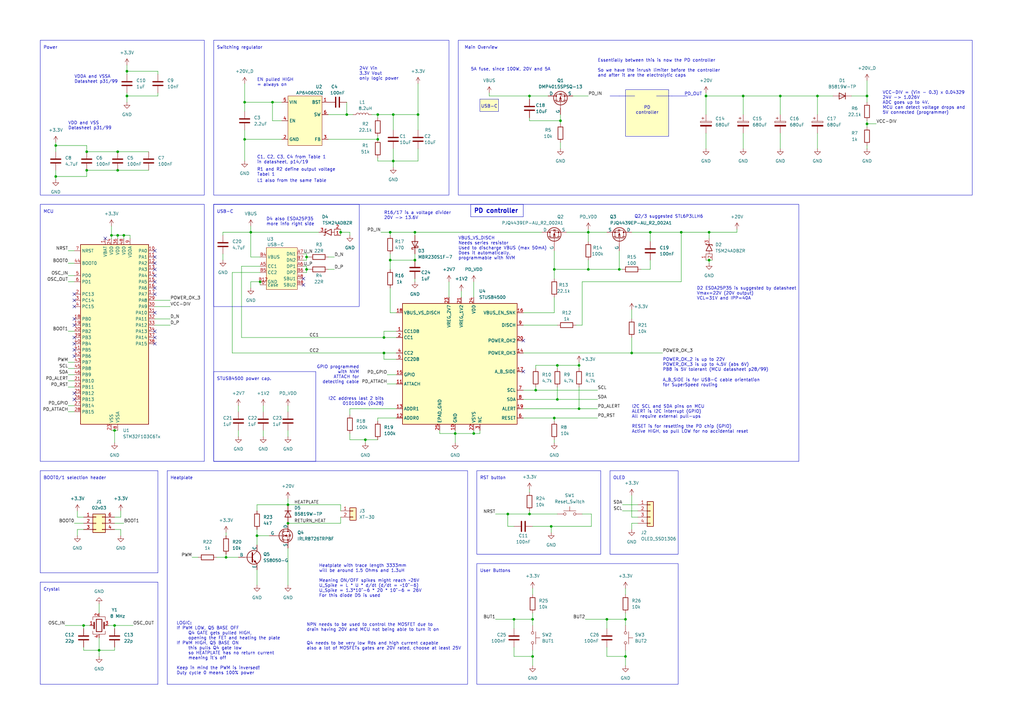
<source format=kicad_sch>
(kicad_sch (version 20250114) (generator "eeschema") (generator_version "9.0")
  (paper "A3")
  (rectangle (start 196.85 40.64) (end 204.47 45.72) (fill (type color) (color 255 255 194 1)))
  (rectangle (start 16.51 193.04) (end 64.77 234.95))
  (rectangle (start 193.04 83.82) (end 214.63 88.9))
  (rectangle (start 16.51 16.51) (end 83.82 80.01))
  (rectangle (start 187.96 16.51) (end 398.78 80.01))
  (rectangle (start 195.58 231.14) (end 278.13 280.67))
  (rectangle (start 87.63 83.82) (end 147.32 125.73))
  (rectangle (start 87.63 83.82) (end 327.66 189.23))
  (rectangle (start 87.63 152.4) (end 129.54 189.23))
  (rectangle (start 16.51 238.76) (end 64.77 280.67))
  (rectangle (start 195.58 193.04) (end 246.38 227.33))
  (rectangle (start 250.19 193.04) (end 278.13 227.33))
  (rectangle (start 87.63 16.51) (end 184.15 80.01))
  (rectangle (start 68.58 193.04) (end 191.77 280.67))
  (rectangle (start 256.54 36.83) (end 274.32 55.88) (fill (type color) (color 255 255 194 1)))
  (rectangle (start 16.51 83.82) (end 83.82 189.23))
  (text "R16/17 is a voltage divider\n20V -> 13.6V" (at 157.48 90.17 0) (effects (font (size 1.27 1.27)) (justify left bottom)))
  (text "PD_OUT\n" (at 280.67 39.37 0) (effects (font (size 1.27 1.27)) (justify left bottom)))
  (text "Main Overview\n" (at 190.5 20.32 0) (effects (font (size 1.27 1.27)) (justify left bottom)))
  (text "EN pulled HIGH\n= always on" (at 105.41 35.56 0) (effects (font (size 1.27 1.27)) (justify left bottom)))
  (text "24V Vin\n3.3V Vout\nonly logic power" (at 147.32 33.02 0) (effects (font (size 1.27 1.27)) (justify left bottom)))
  (text "STUSB4500 power cap.\n" (at 88.9 156.21 0) (effects (font (size 1.27 1.27)) (justify left bottom)))
  (text "POWER_OK_2 is up to 22V\nPOWER_OK_3 is up to 4.5V (abs 6V)\nPB8 is 5V tolerant (MCU datasheet p28/99)" (at 271.78 152.4 0) (effects (font (size 1.27 1.27)) (justify left bottom)))
  (text "R1 and R2 define output voltage\nTabel 1" (at 105.41 72.39 0) (effects (font (size 1.27 1.27)) (justify left bottom)))
  (text "Q4 needs to be very low Rds and high current capable\nalso a lot of MOSFETs gates are 20V rated, choose at least 25V" (at 125.73 266.7 0) (effects (font (size 1.27 1.27)) (justify left bottom)))
  (text "NPN needs to be used to control the MOSFET due to \ndrain having 20V and MCU not being able to turn it on" (at 125.73 259.08 0) (effects (font (size 1.27 1.27)) (justify left bottom)))
  (text "PD\ncontroller\n" (at 265.43 46.99 0) (effects (font (size 1.27 1.27)) (justify bottom)))
  (text "GPIO programmed\nwith NVM\nATTACH for\ndetecting cable" (at 147.32 157.48 0) (effects (font (size 1.27 1.27)) (justify right bottom)))
  (text "User Buttons" (at 196.85 234.95 0) (effects (font (size 1.27 1.27)) (justify left bottom)))
  (text "D4 also ESDA25P35\nmore info right side" (at 109.22 92.71 0) (effects (font (size 1.27 1.27)) (justify left bottom)))
  (text "LOGIC:\nIf PWM LOW, Q5 BASE OFF\n	Q4 GATE gets pulled HIGH, \n	opening the FET and heating the plate\nIf PWM HIGH, Q5 BASE ON\n	this pulls Q4 gate low\n	so HEATPLATE has no return current\n	meaning it's off\n\nKeep in mind the PWM is inversed!\nDuty cycle 0 means 100% power" (at 72.39 276.86 0) (effects (font (size 1.27 1.27)) (justify left bottom)))
  (text "Switching regulator\n" (at 88.9 20.32 0) (effects (font (size 1.27 1.27)) (justify left bottom)))
  (text "Q2/3 suggested STL6P3LLH6" (at 274.32 88.9 0) (effects (font (size 1.27 1.27))))
  (text "Heatplate with trace length 3333mm \nwill be around 1.5 Ohms and 1.3uH\n\nMeaning ON/OFF spikes might reach ~26V\nU_Spike = L * U * d/dt (d/dt = ~10^-6)\nU_Spike = 1.3*10^-6 * 20 * 10^-6 = 26V\nFor this diode D5 is used" (at 130.81 245.11 0) (effects (font (size 1.27 1.27)) (justify left bottom)))
  (text "C1, C2, C3, C4 from Table 1\nin datasheet, p14/19" (at 105.41 67.31 0) (effects (font (size 1.27 1.27)) (justify left bottom)))
  (text "L1 also from the same Table" (at 105.41 74.93 0) (effects (font (size 1.27 1.27)) (justify left bottom)))
  (text "A_B_SIDE is for USB-C cable orientation\nfor SuperSpeed routing" (at 271.78 158.75 0) (effects (font (size 1.27 1.27)) (justify left bottom)))
  (text "VDDA and VSSA\nDatasheet p31/99\n" (at 30.48 34.29 0) (effects (font (size 1.27 1.27)) (justify left bottom)))
  (text "VBUS_VS_DISCH\nNeeds series resistor\nUsed to discharge VBUS (max 50mA)\nDoes it automatically,\nprogrammable with NVM" (at 187.96 106.68 0) (effects (font (size 1.27 1.27)) (justify left bottom)))
  (text "D2 ESDA25P35 is suggested by datasheet\nVmax=22V (20V output)\nVCL=31V and IPP=40A" (at 285.75 123.19 0) (effects (font (size 1.27 1.27)) (justify left bottom)))
  (text "Crystal\n" (at 17.78 242.57 0) (effects (font (size 1.27 1.27)) (justify left bottom)))
  (text "OLED\n" (at 251.46 196.85 0) (effects (font (size 1.27 1.27)) (justify left bottom)))
  (text "Essentially between this is now the PD controller\n\nSo we have the inrush limiter before the controller\nand after it are the electrolytic caps" (at 245.11 31.75 0) (effects (font (size 1.27 1.27)) (justify left bottom)))
  (text "USB-C\n" (at 88.9 87.63 0) (effects (font (size 1.27 1.27)) (justify left bottom)))
  (text "Power\n" (at 17.78 20.32 0) (effects (font (size 1.27 1.27)) (justify left bottom)))
  (text "VCC-DIV = (Vin - 0.3) x 0.04329\n24V -> 1.026V\nADC goes up to 4V.\nMCU can detect voltage drops and\n5V connected (programmer)\n" (at 361.95 46.99 0) (effects (font (size 1.27 1.27)) (justify left bottom)))
  (text "Heatplate\n" (at 69.85 196.85 0) (effects (font (size 1.27 1.27)) (justify left bottom)))
  (text "VDD and VSS\nDatasheet p31/99\n" (at 27.94 53.34 0) (effects (font (size 1.27 1.27)) (justify left bottom)))
  (text "MCU" (at 17.78 87.63 0) (effects (font (size 1.27 1.27)) (justify left bottom)))
  (text "I2C address last 2 bits\n0101000x (0x28)" (at 157.48 166.37 0) (effects (font (size 1.27 1.27)) (justify right bottom)))
  (text "USB-C\n" (at 200.66 44.45 0) (effects (font (size 1.27 1.27)) (justify bottom)))
  (text "5A fuse, since 100W, 20V and 5A" (at 193.04 29.21 0) (effects (font (size 1.27 1.27)) (justify left bottom)))
  (text "BOOT0/1 selection header" (at 17.78 196.85 0) (effects (font (size 1.27 1.27)) (justify left bottom)))
  (text "PD controller" (at 194.31 87.63 0) (effects (font (size 1.778 1.778) (thickness 0.3556) (bold yes)) (justify left bottom)))
  (text "I2C SCL and SDA pins on MCU\nALERT is I2C interrupt (GPIO)\nAll require external pull-ups\n\nRESET is for resetting the PD chip (GPIO)\nActive HIGH, so pull LOW for no accidental reset" (at 259.08 177.8 0) (effects (font (size 1.27 1.27)) (justify left bottom)))
  (text "RST button" (at 196.85 196.85 0) (effects (font (size 1.27 1.27)) (justify left bottom)))
  (junction (at 219.71 160.02))
  (junction (at 194.31 177.8))
  (junction (at 218.44 254))
  (junction (at 355.6 39.37))
  (junction (at 241.3 110.49))
  (junction (at 142.24 46.99))
  (junction (at 52.07 39.37))
  (junction (at 290.83 106.68))
  (junction (at 48.26 69.85))
  (junction (at 92.71 228.6))
  (junction (at 355.6 50.8))
  (junction (at 256.54 269.24))
  (junction (at 154.94 57.15))
  (junction (at 259.08 144.78))
  (junction (at 320.04 39.37))
  (junction (at 35.56 69.85))
  (junction (at 289.56 39.37))
  (junction (at 106.68 115.57))
  (junction (at 35.56 62.23))
  (junction (at 46.99 176.53))
  (junction (at 105.41 219.71))
  (junction (at 40.64 266.7))
  (junction (at 139.7 95.25))
  (junction (at 217.17 39.37))
  (junction (at 226.06 215.9))
  (junction (at 279.4 95.25))
  (junction (at 218.44 269.24))
  (junction (at 111.76 41.91))
  (junction (at 171.45 46.99))
  (junction (at 46.99 256.54))
  (junction (at 45.72 96.52))
  (junction (at 186.69 177.8))
  (junction (at 229.87 49.53))
  (junction (at 157.48 144.78))
  (junction (at 154.94 46.99))
  (junction (at 160.02 106.68))
  (junction (at 157.48 138.43))
  (junction (at 227.33 171.45))
  (junction (at 228.6 163.83))
  (junction (at 125.73 110.49))
  (junction (at 170.18 95.25))
  (junction (at 241.3 95.25))
  (junction (at 118.11 214.63))
  (junction (at 228.6 149.86))
  (junction (at 304.8 39.37))
  (junction (at 161.29 46.99))
  (junction (at 100.33 57.15))
  (junction (at 125.73 105.41))
  (junction (at 290.83 95.25))
  (junction (at 227.33 110.49))
  (junction (at 34.29 256.54))
  (junction (at 50.8 96.52))
  (junction (at 210.82 254))
  (junction (at 22.86 72.39))
  (junction (at 48.26 96.52))
  (junction (at 208.28 210.82))
  (junction (at 102.87 95.25))
  (junction (at 217.17 210.82))
  (junction (at 248.92 254))
  (junction (at 237.49 167.64))
  (junction (at 170.18 106.68))
  (junction (at 52.07 29.21))
  (junction (at 237.49 149.86))
  (junction (at 256.54 254))
  (junction (at 254 110.49))
  (junction (at 118.11 207.01))
  (junction (at 161.29 66.04))
  (junction (at 335.28 39.37))
  (junction (at 22.86 59.69))
  (junction (at 149.86 180.34))
  (junction (at 160.02 95.25))
  (junction (at 48.26 62.23))
  (junction (at 266.7 95.25))
  (junction (at 100.33 41.91))
  (no_connect (at 63.5 113.03))
  (no_connect (at 63.5 128.27))
  (no_connect (at 214.63 152.4))
  (no_connect (at 30.48 161.29))
  (no_connect (at 63.5 120.65))
  (no_connect (at 30.48 143.51))
  (no_connect (at 63.5 135.89))
  (no_connect (at 30.48 133.35))
  (no_connect (at 63.5 102.87))
  (no_connect (at 63.5 110.49))
  (no_connect (at 30.48 123.19))
  (no_connect (at 214.63 139.7))
  (no_connect (at 124.46 114.3))
  (no_connect (at 30.48 130.81))
  (no_connect (at 63.5 107.95))
  (no_connect (at 30.48 140.97))
  (no_connect (at 63.5 140.97))
  (no_connect (at 30.48 163.83))
  (no_connect (at 30.48 146.05))
  (no_connect (at 124.46 116.84))
  (no_connect (at 63.5 115.57))
  (no_connect (at 43.18 97.79))
  (no_connect (at 30.48 125.73))
  (no_connect (at 30.48 120.65))
  (no_connect (at 63.5 138.43))
  (no_connect (at 63.5 105.41))
  (no_connect (at 63.5 118.11))
  (no_connect (at 30.48 138.43))
  (wire (pts (xy 160.02 95.25) (xy 170.18 95.25)))
  (wire (pts (xy 100.33 57.15) (xy 115.57 57.15)))
  (wire (pts (xy 355.6 33.02) (xy 355.6 39.37)))
  (wire (pts (xy 256.54 241.3) (xy 256.54 243.84)))
  (wire (pts (xy 289.56 38.1) (xy 289.56 39.37)))
  (wire (pts (xy 248.92 269.24) (xy 256.54 269.24)))
  (wire (pts (xy 157.48 135.89) (xy 157.48 138.43)))
  (wire (pts (xy 48.26 62.23) (xy 60.96 62.23)))
  (wire (pts (xy 142.24 46.99) (xy 144.78 46.99)))
  (wire (pts (xy 46.99 266.7) (xy 46.99 265.43)))
  (wire (pts (xy 31.75 209.55) (xy 31.75 212.09)))
  (wire (pts (xy 118.11 224.79) (xy 118.11 240.03)))
  (wire (pts (xy 105.41 219.71) (xy 110.49 219.71)))
  (wire (pts (xy 52.07 29.21) (xy 64.77 29.21)))
  (wire (pts (xy 219.71 158.75) (xy 219.71 160.02)))
  (wire (pts (xy 22.86 72.39) (xy 22.86 69.85)))
  (wire (pts (xy 241.3 39.37) (xy 234.95 39.37)))
  (wire (pts (xy 95.25 111.76) (xy 106.68 111.76)))
  (wire (pts (xy 22.86 59.69) (xy 22.86 58.42)))
  (wire (pts (xy 125.73 104.14) (xy 124.46 104.14)))
  (wire (pts (xy 139.7 93.98) (xy 139.7 95.25)))
  (wire (pts (xy 170.18 114.3) (xy 170.18 115.57)))
  (wire (pts (xy 40.64 266.7) (xy 46.99 266.7)))
  (wire (pts (xy 171.45 66.04) (xy 161.29 66.04)))
  (wire (pts (xy 214.63 163.83) (xy 228.6 163.83)))
  (wire (pts (xy 100.33 41.91) (xy 100.33 45.72)))
  (wire (pts (xy 161.29 46.99) (xy 171.45 46.99)))
  (wire (pts (xy 35.56 69.85) (xy 48.26 69.85)))
  (wire (pts (xy 217.17 39.37) (xy 224.79 39.37)))
  (wire (pts (xy 107.95 176.53) (xy 107.95 179.07)))
  (wire (pts (xy 27.94 115.57) (xy 30.48 115.57)))
  (wire (pts (xy 105.41 207.01) (xy 118.11 207.01)))
  (wire (pts (xy 228.6 149.86) (xy 228.6 151.13)))
  (wire (pts (xy 203.2 210.82) (xy 208.28 210.82)))
  (wire (pts (xy 125.73 106.68) (xy 124.46 106.68)))
  (wire (pts (xy 44.45 256.54) (xy 46.99 256.54)))
  (wire (pts (xy 238.76 133.35) (xy 236.22 133.35)))
  (wire (pts (xy 304.8 46.99) (xy 304.8 39.37)))
  (wire (pts (xy 160.02 104.14) (xy 160.02 106.68)))
  (wire (pts (xy 241.3 93.98) (xy 241.3 95.25)))
  (wire (pts (xy 248.92 265.43) (xy 248.92 269.24)))
  (wire (pts (xy 40.64 269.24) (xy 40.64 266.7)))
  (wire (pts (xy 266.7 106.68) (xy 266.7 110.49)))
  (wire (pts (xy 320.04 46.99) (xy 320.04 39.37)))
  (wire (pts (xy 100.33 53.34) (xy 100.33 57.15)))
  (wire (pts (xy 160.02 106.68) (xy 160.02 110.49)))
  (wire (pts (xy 118.11 166.37) (xy 118.11 168.91)))
  (wire (pts (xy 27.94 113.03) (xy 30.48 113.03)))
  (wire (pts (xy 214.63 171.45) (xy 227.33 171.45)))
  (wire (pts (xy 100.33 34.29) (xy 100.33 41.91)))
  (wire (pts (xy 92.71 218.44) (xy 92.71 219.71)))
  (wire (pts (xy 49.53 217.17) (xy 46.99 217.17)))
  (wire (pts (xy 154.94 64.77) (xy 154.94 66.04)))
  (wire (pts (xy 27.94 158.75) (xy 30.48 158.75)))
  (wire (pts (xy 45.72 176.53) (xy 46.99 176.53)))
  (wire (pts (xy 143.51 167.64) (xy 162.56 167.64)))
  (wire (pts (xy 289.56 46.99) (xy 289.56 39.37)))
  (wire (pts (xy 95.25 111.76) (xy 95.25 144.78)))
  (wire (pts (xy 100.33 41.91) (xy 111.76 41.91)))
  (wire (pts (xy 34.29 266.7) (xy 34.29 265.43)))
  (wire (pts (xy 52.07 29.21) (xy 52.07 30.48)))
  (wire (pts (xy 161.29 53.34) (xy 161.29 46.99)))
  (wire (pts (xy 214.63 144.78) (xy 259.08 144.78)))
  (wire (pts (xy 279.4 95.25) (xy 279.4 115.57)))
  (wire (pts (xy 46.99 214.63) (xy 50.8 214.63)))
  (wire (pts (xy 156.21 95.25) (xy 160.02 95.25)))
  (wire (pts (xy 218.44 251.46) (xy 218.44 254)))
  (wire (pts (xy 137.16 110.49) (xy 134.62 110.49)))
  (wire (pts (xy 139.7 214.63) (xy 139.7 212.09)))
  (wire (pts (xy 232.41 95.25) (xy 241.3 95.25)))
  (wire (pts (xy 248.92 254) (xy 248.92 257.81)))
  (wire (pts (xy 154.94 172.72) (xy 154.94 171.45)))
  (wire (pts (xy 92.71 228.6) (xy 97.79 228.6)))
  (wire (pts (xy 102.87 95.25) (xy 130.81 95.25)))
  (wire (pts (xy 241.3 95.25) (xy 248.92 95.25)))
  (wire (pts (xy 217.17 40.64) (xy 217.17 39.37)))
  (wire (pts (xy 200.66 39.37) (xy 217.17 39.37)))
  (wire (pts (xy 139.7 95.25) (xy 143.51 95.25)))
  (wire (pts (xy 118.11 176.53) (xy 118.11 179.07)))
  (wire (pts (xy 170.18 106.68) (xy 170.18 104.14)))
  (wire (pts (xy 105.41 217.17) (xy 105.41 219.71)))
  (wire (pts (xy 154.94 57.15) (xy 154.94 55.88)))
  (wire (pts (xy 154.94 48.26) (xy 154.94 46.99)))
  (wire (pts (xy 26.67 256.54) (xy 34.29 256.54)))
  (wire (pts (xy 125.73 105.41) (xy 125.73 106.68)))
  (wire (pts (xy 170.18 95.25) (xy 222.25 95.25)))
  (wire (pts (xy 35.56 59.69) (xy 35.56 62.23)))
  (wire (pts (xy 162.56 147.32) (xy 157.48 147.32)))
  (polyline (pts (xy 275.59 39.37) (xy 281.94 39.37)))
  (wire (pts (xy 106.68 115.57) (xy 106.68 116.84)))
  (wire (pts (xy 218.44 269.24) (xy 218.44 273.05)))
  (wire (pts (xy 349.25 39.37) (xy 355.6 39.37)))
  (wire (pts (xy 125.73 110.49) (xy 125.73 111.76)))
  (wire (pts (xy 254 102.87) (xy 254 110.49)))
  (wire (pts (xy 160.02 128.27) (xy 160.02 118.11)))
  (wire (pts (xy 227.33 110.49) (xy 241.3 110.49)))
  (wire (pts (xy 237.49 167.64) (xy 245.11 167.64)))
  (wire (pts (xy 229.87 58.42) (xy 229.87 60.96)))
  (wire (pts (xy 157.48 144.78) (xy 162.56 144.78)))
  (wire (pts (xy 218.44 241.3) (xy 218.44 243.84)))
  (wire (pts (xy 125.73 111.76) (xy 124.46 111.76)))
  (wire (pts (xy 31.75 219.71) (xy 31.75 217.17)))
  (wire (pts (xy 127 105.41) (xy 125.73 105.41)))
  (wire (pts (xy 111.76 41.91) (xy 111.76 49.53)))
  (wire (pts (xy 35.56 62.23) (xy 48.26 62.23)))
  (wire (pts (xy 290.83 95.25) (xy 302.26 95.25)))
  (wire (pts (xy 154.94 171.45) (xy 162.56 171.45)))
  (wire (pts (xy 27.94 135.89) (xy 30.48 135.89)))
  (wire (pts (xy 35.56 72.39) (xy 35.56 69.85)))
  (wire (pts (xy 266.7 95.25) (xy 266.7 99.06)))
  (wire (pts (xy 105.41 233.68) (xy 105.41 240.03)))
  (wire (pts (xy 259.08 95.25) (xy 266.7 95.25)))
  (wire (pts (xy 194.31 177.8) (xy 194.31 176.53)))
  (wire (pts (xy 31.75 212.09) (xy 34.29 212.09)))
  (wire (pts (xy 30.48 214.63) (xy 34.29 214.63)))
  (wire (pts (xy 34.29 257.81) (xy 34.29 256.54)))
  (wire (pts (xy 304.8 54.61) (xy 304.8 60.96)))
  (wire (pts (xy 259.08 127) (xy 259.08 130.81)))
  (wire (pts (xy 149.86 180.34) (xy 149.86 181.61)))
  (wire (pts (xy 248.92 254) (xy 256.54 254)))
  (wire (pts (xy 214.63 133.35) (xy 228.6 133.35)))
  (wire (pts (xy 237.49 148.59) (xy 237.49 149.86)))
  (wire (pts (xy 355.6 49.53) (xy 355.6 50.8)))
  (wire (pts (xy 254 110.49) (xy 255.27 110.49)))
  (wire (pts (xy 194.31 115.57) (xy 194.31 121.92)))
  (wire (pts (xy 99.06 138.43) (xy 99.06 109.22)))
  (wire (pts (xy 40.64 261.62) (xy 40.64 266.7)))
  (wire (pts (xy 22.86 59.69) (xy 35.56 59.69)))
  (wire (pts (xy 189.23 119.38) (xy 189.23 121.92)))
  (wire (pts (xy 210.82 265.43) (xy 210.82 269.24)))
  (wire (pts (xy 214.63 160.02) (xy 219.71 160.02)))
  (wire (pts (xy 88.9 228.6) (xy 92.71 228.6)))
  (wire (pts (xy 91.44 95.25) (xy 102.87 95.25)))
  (wire (pts (xy 102.87 115.57) (xy 102.87 118.11)))
  (wire (pts (xy 53.34 96.52) (xy 53.34 97.79)))
  (wire (pts (xy 97.79 176.53) (xy 97.79 179.07)))
  (wire (pts (xy 229.87 49.53) (xy 229.87 46.99)))
  (wire (pts (xy 218.44 266.7) (xy 218.44 269.24)))
  (wire (pts (xy 64.77 30.48) (xy 64.77 29.21)))
  (wire (pts (xy 227.33 171.45) (xy 245.11 171.45)))
  (wire (pts (xy 45.72 96.52) (xy 48.26 96.52)))
  (wire (pts (xy 208.28 215.9) (xy 210.82 215.9)))
  (wire (pts (xy 335.28 54.61) (xy 335.28 60.96)))
  (wire (pts (xy 217.17 210.82) (xy 228.6 210.82)))
  (wire (pts (xy 238.76 115.57) (xy 238.76 133.35)))
  (wire (pts (xy 289.56 54.61) (xy 289.56 60.96)))
  (wire (pts (xy 139.7 95.25) (xy 139.7 96.52)))
  (wire (pts (xy 335.28 46.99) (xy 335.28 39.37)))
  (wire (pts (xy 186.69 177.8) (xy 180.34 177.8)))
  (wire (pts (xy 46.99 181.61) (xy 46.99 176.53)))
  (wire (pts (xy 154.94 46.99) (xy 161.29 46.99)))
  (wire (pts (xy 180.34 177.8) (xy 180.34 176.53)))
  (wire (pts (xy 161.29 66.04) (xy 154.94 66.04)))
  (wire (pts (xy 48.26 96.52) (xy 48.26 97.79)))
  (wire (pts (xy 227.33 114.3) (xy 227.33 110.49)))
  (wire (pts (xy 335.28 39.37) (xy 341.63 39.37)))
  (wire (pts (xy 22.86 59.69) (xy 22.86 62.23)))
  (wire (pts (xy 238.76 210.82) (xy 242.57 210.82)))
  (wire (pts (xy 218.44 215.9) (xy 226.06 215.9)))
  (wire (pts (xy 27.94 102.87) (xy 30.48 102.87)))
  (wire (pts (xy 31.75 217.17) (xy 34.29 217.17)))
  (wire (pts (xy 186.69 177.8) (xy 186.69 181.61)))
  (wire (pts (xy 194.31 177.8) (xy 196.85 177.8)))
  (wire (pts (xy 229.87 49.53) (xy 229.87 50.8)))
  (wire (pts (xy 22.86 73.66) (xy 22.86 72.39)))
  (wire (pts (xy 240.03 254) (xy 248.92 254)))
  (wire (pts (xy 63.5 123.19) (xy 69.85 123.19)))
  (wire (pts (xy 157.48 138.43) (xy 162.56 138.43)))
  (wire (pts (xy 64.77 38.1) (xy 64.77 39.37)))
  (wire (pts (xy 111.76 41.91) (xy 115.57 41.91)))
  (wire (pts (xy 52.07 38.1) (xy 52.07 39.37)))
  (wire (pts (xy 289.56 106.68) (xy 290.83 106.68)))
  (wire (pts (xy 105.41 223.52) (xy 105.41 219.71)))
  (wire (pts (xy 320.04 54.61) (xy 320.04 60.96)))
  (wire (pts (xy 111.76 49.53) (xy 115.57 49.53)))
  (wire (pts (xy 161.29 60.96) (xy 161.29 66.04)))
  (wire (pts (xy 241.3 95.25) (xy 241.3 99.06)))
  (wire (pts (xy 107.95 166.37) (xy 107.95 168.91)))
  (wire (pts (xy 27.94 156.21) (xy 30.48 156.21)))
  (wire (pts (xy 105.41 209.55) (xy 105.41 207.01)))
  (wire (pts (xy 102.87 115.57) (xy 106.68 115.57)))
  (wire (pts (xy 27.94 107.95) (xy 30.48 107.95)))
  (wire (pts (xy 355.6 50.8) (xy 359.41 50.8)))
  (wire (pts (xy 228.6 163.83) (xy 245.11 163.83)))
  (wire (pts (xy 171.45 34.29) (xy 171.45 46.99)))
  (wire (pts (xy 256.54 266.7) (xy 256.54 269.24)))
  (wire (pts (xy 78.74 228.6) (xy 81.28 228.6)))
  (wire (pts (xy 171.45 53.34) (xy 171.45 46.99)))
  (wire (pts (xy 355.6 50.8) (xy 355.6 52.07)))
  (wire (pts (xy 34.29 256.54) (xy 36.83 256.54)))
  (wire (pts (xy 143.51 170.18) (xy 143.51 167.64)))
  (wire (pts (xy 125.73 109.22) (xy 125.73 110.49)))
  (wire (pts (xy 200.66 38.1) (xy 200.66 39.37)))
  (wire (pts (xy 237.49 149.86) (xy 237.49 151.13)))
  (wire (pts (xy 355.6 39.37) (xy 355.6 41.91)))
  (wire (pts (xy 227.33 102.87) (xy 227.33 110.49)))
  (wire (pts (xy 208.28 210.82) (xy 217.17 210.82)))
  (wire (pts (xy 52.07 39.37) (xy 52.07 41.91)))
  (wire (pts (xy 228.6 149.86) (xy 219.71 149.86)))
  (wire (pts (xy 228.6 158.75) (xy 228.6 163.83)))
  (wire (pts (xy 355.6 59.69) (xy 355.6 60.96)))
  (wire (pts (xy 27.94 166.37) (xy 30.48 166.37)))
  (wire (pts (xy 50.8 96.52) (xy 50.8 97.79)))
  (wire (pts (xy 184.15 115.57) (xy 184.15 121.92)))
  (wire (pts (xy 259.08 138.43) (xy 259.08 144.78)))
  (wire (pts (xy 241.3 110.49) (xy 254 110.49)))
  (wire (pts (xy 125.73 109.22) (xy 124.46 109.22)))
  (wire (pts (xy 91.44 104.14) (xy 91.44 106.68)))
  (wire (pts (xy 158.75 153.67) (xy 162.56 153.67)))
  (wire (pts (xy 52.07 26.67) (xy 52.07 29.21)))
  (wire (pts (xy 160.02 106.68) (xy 170.18 106.68)))
  (wire (pts (xy 149.86 180.34) (xy 154.94 180.34)))
  (wire (pts (xy 97.79 166.37) (xy 97.79 168.91)))
  (wire (pts (xy 320.04 39.37) (xy 335.28 39.37)))
  (wire (pts (xy 27.94 151.13) (xy 30.48 151.13)))
  (wire (pts (xy 217.17 200.66) (xy 217.17 201.93)))
  (wire (pts (xy 99.06 138.43) (xy 157.48 138.43)))
  (wire (pts (xy 208.28 215.9) (xy 208.28 210.82)))
  (wire (pts (xy 304.8 39.37) (xy 320.04 39.37)))
  (wire (pts (xy 217.17 49.53) (xy 217.17 48.26)))
  (wire (pts (xy 149.86 180.34) (xy 143.51 180.34)))
  (wire (pts (xy 214.63 167.64) (xy 237.49 167.64)))
  (wire (pts (xy 45.72 96.52) (xy 45.72 97.79)))
  (wire (pts (xy 160.02 95.25) (xy 160.02 96.52)))
  (wire (pts (xy 227.33 171.45) (xy 227.33 172.72)))
  (wire (pts (xy 142.24 41.91) (xy 142.24 46.99)))
  (wire (pts (xy 45.72 92.71) (xy 45.72 96.52)))
  (wire (pts (xy 259.08 144.78) (xy 271.78 144.78)))
  (wire (pts (xy 237.49 158.75) (xy 237.49 167.64)))
  (wire (pts (xy 226.06 215.9) (xy 226.06 218.44)))
  (wire (pts (xy 256.54 251.46) (xy 256.54 254)))
  (wire (pts (xy 162.56 135.89) (xy 157.48 135.89)))
  (wire (pts (xy 27.94 148.59) (xy 30.48 148.59)))
  (wire (pts (xy 40.64 247.65) (xy 40.64 251.46)))
  (wire (pts (xy 170.18 95.25) (xy 170.18 96.52)))
  (wire (pts (xy 237.49 149.86) (xy 228.6 149.86)))
  (wire (pts (xy 139.7 207.01) (xy 139.7 209.55)))
  (wire (pts (xy 203.2 254) (xy 210.82 254)))
  (wire (pts (xy 125.73 110.49) (xy 127 110.49)))
  (wire (pts (xy 63.5 125.73) (xy 69.85 125.73)))
  (wire (pts (xy 157.48 144.78) (xy 157.48 147.32)))
  (wire (pts (xy 49.53 209.55) (xy 49.53 212.09)))
  (wire (pts (xy 118.11 204.47) (xy 118.11 207.01)))
  (wire (pts (xy 238.76 115.57) (xy 279.4 115.57)))
  (wire (pts (xy 186.69 177.8) (xy 186.69 176.53)))
  (wire (pts (xy 242.57 210.82) (xy 242.57 215.9)))
  (wire (pts (xy 158.75 157.48) (xy 162.56 157.48)))
  (wire (pts (xy 34.29 266.7) (xy 40.64 266.7)))
  (wire (pts (xy 46.99 256.54) (xy 46.99 257.81)))
  (wire (pts (xy 27.94 153.67) (xy 30.48 153.67)))
  (wire (pts (xy 210.82 269.24) (xy 218.44 269.24)))
  (wire (pts (xy 266.7 110.49) (xy 262.89 110.49)))
  (polyline (pts (xy 254 39.37) (xy 260.35 39.37)))
  (wire (pts (xy 99.06 109.22) (xy 106.68 109.22)))
  (wire (pts (xy 46.99 176.53) (xy 48.26 176.53)))
  (wire (pts (xy 118.11 214.63) (xy 139.7 214.63)))
  (wire (pts (xy 219.71 149.86) (xy 219.71 151.13)))
  (wire (pts (xy 186.69 177.8) (xy 194.31 177.8)))
  (wire (pts (xy 214.63 128.27) (xy 227.33 128.27)))
  (wire (pts (xy 259.08 203.2) (xy 259.08 212.09)))
  (wire (pts (xy 134.62 46.99) (xy 142.24 46.99)))
  (wire (pts (xy 227.33 121.92) (xy 227.33 128.27)))
  (wire (pts (xy 91.44 96.52) (xy 91.44 95.25)))
  (wire (pts (xy 137.16 105.41) (xy 134.62 105.41)))
  (wire (pts (xy 100.33 57.15) (xy 100.33 66.04)))
  (wire (pts (xy 256.54 254) (xy 256.54 256.54)))
  (polyline (pts (xy 250.19 39.37) (xy 254 39.37)))
  (wire (pts (xy 196.85 177.8) (xy 196.85 176.53)))
  (wire (pts (xy 217.17 209.55) (xy 217.17 210.82)))
  (polyline (pts (xy 269.24 39.37) (xy 275.59 39.37)))
  (wire (pts (xy 143.51 96.52) (xy 143.51 95.25)))
  (wire (pts (xy 210.82 254) (xy 218.44 254)))
  (wire (pts (xy 217.17 49.53) (xy 229.87 49.53)))
  (wire (pts (xy 48.26 96.52) (xy 50.8 96.52)))
  (wire (pts (xy 48.26 69.85) (xy 60.96 69.85)))
  (wire (pts (xy 290.83 95.25) (xy 290.83 97.79)))
  (wire (pts (xy 95.25 144.78) (xy 157.48 144.78)))
  (wire (pts (xy 255.27 209.55) (xy 261.62 209.55)))
  (wire (pts (xy 256.54 269.24) (xy 256.54 273.05)))
  (wire (pts (xy 143.51 180.34) (xy 143.51 177.8)))
  (wire (pts (xy 289.56 39.37) (xy 304.8 39.37)))
  (wire (pts (xy 161.29 66.04) (xy 161.29 68.58)))
  (wire (pts (xy 69.85 130.81) (xy 63.5 130.81)))
  (wire (pts (xy 52.07 39.37) (xy 64.77 39.37)))
  (wire (pts (xy 160.02 128.27) (xy 162.56 128.27)))
  (wire (pts (xy 218.44 254) (xy 218.44 256.54)))
  (wire (pts (xy 125.73 105.41) (xy 125.73 104.14)))
  (wire (pts (xy 22.86 72.39) (xy 35.56 72.39)))
  (wire (pts (xy 152.4 46.99) (xy 154.94 46.99)))
  (wire (pts (xy 302.26 93.98) (xy 302.26 95.25)))
  (wire (pts (xy 255.27 207.01) (xy 261.62 207.01)))
  (wire (pts (xy 49.53 219.71) (xy 49.53 217.17)))
  (wire (pts (xy 63.5 133.35) (xy 69.85 133.35)))
  (wire (pts (xy 210.82 254) (xy 210.82 257.81)))
  (wire (pts (xy 171.45 60.96) (xy 171.45 66.04)))
  (wire (pts (xy 154.94 57.15) (xy 134.62 57.15)))
  (wire (pts (xy 49.53 212.09) (xy 46.99 212.09)))
  (wire (pts (xy 227.33 181.61) (xy 227.33 180.34)))
  (wire (pts (xy 219.71 160.02) (xy 245.11 160.02)))
  (wire (pts (xy 102.87 105.41) (xy 106.68 105.41)))
  (wire (pts (xy 259.08 214.63) (xy 261.62 214.63)))
  (wire (pts (xy 241.3 106.68) (xy 241.3 110.49)))
  (wire (pts (xy 50.8 96.52) (xy 53.34 96.52)))
  (wire (pts (xy 92.71 227.33) (xy 92.71 228.6)))
  (wire (pts (xy 259.08 217.17) (xy 259.08 214.63)))
  (wire (pts (xy 266.7 95.25) (xy 279.4 95.25)))
  (wire (pts (xy 290.83 107.95) (xy 290.83 106.68)))
  (wire (pts (xy 259.08 212.09) (xy 261.62 212.09)))
  (wire (pts (xy 226.06 215.9) (xy 242.57 215.9)))
  (wire (pts (xy 102.87 95.25) (xy 102.87 105.41)))
  (wire (pts (xy 290.83 106.68) (xy 292.1 106.68)))
  (wire (pts (xy 102.87 92.71) (xy 102.87 95.25)))
  (wire (pts (xy 46.99 256.54) (xy 54.61 256.54)))
  (wire (pts (xy 118.11 207.01) (xy 139.7 207.01)))
  (wire (pts (xy 27.94 168.91) (xy 30.48 168.91)))
  (wire (pts (xy 279.4 95.25) (xy 290.83 95.25)))
  (label "POWER_OK_3" (at 69.85 123.19 0))
  (label "PD_ATTACH" (at 27.94 168.91 180))
  (label "SDA" (at 255.27 207.01 180))
  (label "OSC_IN" (at 27.94 113.03 180))
  (label "NRST" (at 27.94 102.87 180))
  (label "SCL" (at 255.27 209.55 180))
  (label "CC2" (at 130.81 144.78 180))
  (label "U_P" (at 124.46 109.22 0))
  (label "OSC_OUT" (at 54.61 256.54 0))
  (label "PD_IN" (at 156.21 95.25 180))
  (label "BUT1" (at 203.2 254 180))
  (label "PD_ALERT" (at 245.11 167.64 0))
  (label "BOOT0" (at 27.94 107.95 180))
  (label "U_N" (at 124.46 104.14 0))
  (label "D_P" (at 69.85 133.35 0))
  (label "BOOT0" (at 30.48 214.63 180))
  (label "D_P" (at 137.16 110.49 0))
  (label "PD_ATTACH" (at 158.75 157.48 180))
  (label "VCC-DIV" (at 359.41 50.8 0))
  (label "BOOT1" (at 50.8 214.63 0))
  (label "PD_GPIO" (at 27.94 166.37 180))
  (label "OSC_OUT" (at 27.94 115.57 180))
  (label "PD_RST" (at 245.11 171.45 0))
  (label "BOOT1" (at 27.94 135.89 180))
  (label "SCL" (at 27.94 151.13 180))
  (label "PD_ALERT" (at 27.94 156.21 180))
  (label "VCC-DIV" (at 69.85 125.73 0))
  (label "BUT2" (at 240.03 254 180))
  (label "D_N" (at 137.16 105.41 0))
  (label "NRST" (at 203.2 210.82 180))
  (label "D_N" (at 69.85 130.81 0))
  (label "CC1" (at 130.81 138.43 180))
  (label "SDA" (at 245.11 163.83 0))
  (label "PWM" (at 27.94 148.59 180))
  (label "RETURN_HEAT" (at 120.65 214.63 0))
  (label "POWER_OK_3" (at 271.78 144.78 0))
  (label "SCL" (at 245.11 160.02 0))
  (label "SDA" (at 27.94 153.67 180))
  (label "PD_RST" (at 27.94 158.75 180))
  (label "PWM" (at 78.74 228.6 180))
  (label "OSC_IN" (at 26.67 256.54 180))
  (label "PD_IN" (at 241.3 39.37 0))
  (label "PD_GPIO" (at 158.75 153.67 180))
  (label "HEATPLATE" (at 120.65 207.01 0))
  (symbol (lib_id "ScottoKeebs:Placeholder_Switch") (at 256.54 261.62 270) (unit 1)
    (property "Reference" "SW3" (at 260.35 260.3499 90) (effects (justify left)))
    (property "Value" "BUT2" (at 260.35 262.8899 90) (effects (justify left)))
    (property "Footprint" "Button_Switch_THT:SW_PUSH_6mm_H4.3mm" (effects (hide yes)))
    (property "Description" "Push button switch, generic, two pins" (effects (hide yes)))
    (property "MFN" "Same Sky" (effects (hide yes)))
    (property "MPN" " TS02-66-50-BK-100-LCR-D " (effects (hide yes)))
    (property "S1PN" "https://www.mouser.ee/ProductDetail/Same-Sky/TS02-66-50-BK-100-LCR-D?qs=A6eO%252BMLsxmQ2%2FFf8jET%252BrA%3D%3D" (effects (hide yes)))
  )
  (symbol (lib_id "power:GND") (at 52.07 41.91 0) (unit 1)
    (property "Reference" "#PWR010" (effects (hide yes)))
    (property "Value" "GND" (at 52.07 46.99 0))
    (property "Description" "Power symbol creates a global label with name \"GND\" , ground" (effects (hide yes)))
  )
  (symbol (lib_id "power:GND") (at 335.28 60.96 0) (unit 1)
    (property "Reference" "#PWR020" (effects (hide yes)))
    (property "Value" "GND" (at 335.28 66.04 0))
    (property "Description" "Power symbol creates a global label with name \"GND\" , ground" (effects (hide yes)))
  )
  (symbol (lib_id "Device:Crystal_GND24") (at 40.64 256.54 0) (unit 1)
    (property "Reference" "Y1" (at 46.99 250.1198 0))
    (property "Value" "8 MHz" (at 48.26 252.73 0))
    (property "Footprint" "AA:ECS-80-12-33Q-GN" (effects (hide yes)))
    (property "Description" "Four pin crystal, GND on pins 2 and 4" (effects (hide yes)))
    (property "MFN" "ECS" (effects (hide yes)))
    (property "MPN" "ECS-80-12-33Q-GN-TR" (effects (hide yes)))
    (property "S1PN" "https://www.mouser.ee/ProductDetail/ECS/ECS-80-12-33Q-GN-TR?qs=GedFDFLaBXGpGt2XdH6nFA%3D%3D" (effects (hide yes)))
  )
  (symbol (lib_id "Device:C") (at 217.17 44.45 0) (unit 1)
    (property "Reference" "C18" (at 219.71 43.18 0) (effects (justify left)))
    (property "Value" "10uF" (at 219.71 45.72 0) (effects (justify left)))
    (property "Footprint" "Capacitor_SMD:C_1206_3216Metric_Pad1.33x1.80mm_HandSolder" (effects (hide yes)))
    (property "Description" "Unpolarized capacitor" (effects (hide yes)))
    (property "MFN" "Samsung Electro-Mechanics " (effects (hide yes)))
    (property "MPN" "CL31B106KBHNNNE " (effects (hide yes)))
    (property "S1PN" "https://www.mouser.ee/ProductDetail/Samsung-Electro-Mechanics/CL31B475KBHNFNE?qs=X6jEic%2FHinDSpHHigcaxmQ%3D%3D" (effects (hide yes)))
  )
  (symbol (lib_id "Connector_Generic:Conn_01x02") (at 144.78 209.55 0) (unit 1)
    (property "Reference" "J3" (at 147.32 209.5499 0) (effects (justify left)))
    (property "Value" "XT-30" (at 147.32 212.0899 0) (effects (justify left)))
    (property "Footprint" "Connector_AMASS:AMASS_XT30PW-F_1x02_P2.50mm_Horizontal" (effects (hide yes)))
    (property "Description" "Generic connector, single row, 01x02, script generated (kicad-library-utils/schlib/autogen/connector/)" (effects (hide yes)))
    (property "S1PN" "https://www.tme.eu/en/details/xt30pw-f/dc-power-connectors/amass/" (effects (hide yes)))
    (property "MFN" "AMASS" (effects (hide yes)))
    (property "MPN" "XT30PW-F" (effects (hide yes)))
  )
  (symbol (lib_id "Device:C") (at 118.11 172.72 0) (unit 1)
    (property "Reference" "C23" (at 111.76 171.45 0) (effects (justify left)))
    (property "Value" "1uF" (at 111.76 173.99 0) (effects (justify left)))
    (property "Footprint" "Capacitor_SMD:C_0805_2012Metric_Pad1.18x1.45mm_HandSolder" (effects (hide yes)))
    (property "Description" "Unpolarized capacitor" (effects (hide yes)))
    (property "MFN" "Samsung Electro-Mechanics " (effects (hide yes)))
    (property "MPN" " CL21B105KBFNNNE " (effects (hide yes)))
    (property "S1PN" "https://www.mouser.ee/ProductDetail/Samsung-Electro-Mechanics/CL21B105KBFNNNE?qs=yOVawPpwOwmddQEBPU6Y9A%3D%3D" (effects (hide yes)))
  )
  (symbol (lib_id "power:GND") (at 91.44 106.68 0) (unit 1)
    (property "Reference" "#PWR031" (effects (hide yes)))
    (property "Value" "GND" (at 91.44 111.76 0))
    (property "Description" "Power symbol creates a global label with name \"GND\" , ground" (effects (hide yes)))
  )
  (symbol (lib_id "AA:TSM24ADBZR") (at 134.62 95.25 0) (unit 1)
    (property "Reference" "D4" (at 133.35 88.9 0))
    (property "Value" "TSM24ADBZR" (at 138.43 91.44 0))
    (property "Footprint" "Package_TO_SOT_SMD:SOT-23-3" (effects (hide yes)))
    (property "Description" "Bidirectional transient-voltage-suppression diode" (effects (hide yes)))
    (property "MFN" "Texas Instruments" (effects (hide yes)))
    (property "MPN" "TSM24ADBZR" (effects (hide yes)))
    (property "S1PN" "https://www.mouser.ee/ProductDetail/Texas-Instruments/TSM24ADBZR?qs=HoCaDK9Nz5fNggfsWnlsEA%3D%3D" (effects (hide yes)))
  )
  (symbol (lib_id "power:+2V5") (at 97.79 166.37 0) (unit 1)
    (property "Reference" "#PWR035" (effects (hide yes)))
    (property "Value" "+2V7" (at 97.79 161.29 0))
    (property "Description" "Power symbol creates a global label with name \"+2V7\"" (effects (hide yes)))
  )
  (symbol (lib_id "power:GND") (at 218.44 273.05 0) (unit 1)
    (property "Reference" "#PWR053" (effects (hide yes)))
    (property "Value" "GND" (at 218.44 278.13 0))
    (property "Description" "Power symbol creates a global label with name \"GND\" , ground" (effects (hide yes)))
  )
  (symbol (lib_id "power:VDD") (at 118.11 166.37 0) (unit 1)
    (property "Reference" "#PWR037" (effects (hide yes)))
    (property "Value" "PD_VDD" (at 118.11 161.29 0))
    (property "Description" "Power symbol creates a global label with name \"VDD\"" (effects (hide yes)))
  )
  (symbol (lib_id "power:GND") (at 161.29 68.58 0) (unit 1)
    (property "Reference" "#PWR02" (effects (hide yes)))
    (property "Value" "GND" (at 161.29 73.66 0))
    (property "Description" "Power symbol creates a global label with name \"GND\" , ground" (effects (hide yes)))
  )
  (symbol (lib_id "Device:R") (at 85.09 228.6 90) (unit 1)
    (property "Reference" "R22" (at 85.09 222.25 90))
    (property "Value" "1k" (at 85.09 224.79 90))
    (property "Footprint" "Resistor_SMD:R_0603_1608Metric_Pad0.98x0.95mm_HandSolder" (effects (hide yes)))
    (property "Description" "Resistor" (effects (hide yes)))
    (property "MFN" "Vishay " (effects (hide yes)))
    (property "MPN" "CRCW06031K00FKEE " (effects (hide yes)))
    (property "S1PN" "https://www.mouser.ee/ProductDetail/Vishay/CRCW06031K00FKEE?qs=sGAEpiMZZMtlubZbdhIBIKbhzOdzan%2FGqORHy1h5in0%3D" (effects (hide yes)))
  )
  (symbol (lib_id "power:+3.3V") (at 22.86 58.42 0) (unit 1)
    (property "Reference" "#PWR07" (effects (hide yes)))
    (property "Value" "+3.3V" (at 22.86 53.34 0))
    (property "Description" "Power symbol creates a global label with name \"+3.3V\"" (effects (hide yes)))
  )
  (symbol (lib_id "ScottoKeebs:Placeholder_Resistor") (at 229.87 54.61 90) (unit 1)
    (property "Reference" "R5" (at 224.79 53.34 90))
    (property "Value" "10k" (at 224.79 55.88 90))
    (property "Footprint" "Resistor_SMD:R_0603_1608Metric_Pad0.98x0.95mm_HandSolder" (effects (hide yes)))
    (property "Description" "Resistor" (effects (hide yes)))
    (property "MPN" " AF0603FR-0710KL " (effects (hide yes)))
    (property "MFN" "YAGEO" (effects (hide yes)))
    (property "S1PN" "https://www.mouser.ee/ProductDetail/YAGEO/AF0603FR-0710KL?qs=sGAEpiMZZMtlubZbdhIBIKQHD%252BnCQfl0v3IZ62eMemQ%3D" (effects (hide yes)))
  )
  (symbol (lib_id "ScottoKeebs:Placeholder_Resistor") (at 154.94 52.07 90) (unit 1)
    (property "Reference" "R2" (at 149.86 50.8 90))
    (property "Value" "22.1k" (at 149.86 53.34 90))
    (property "Footprint" "Resistor_SMD:R_0603_1608Metric_Pad0.98x0.95mm_HandSolder" (effects (hide yes)))
    (property "Description" "Resistor" (effects (hide yes)))
    (property "MFN" "YAGEO" (effects (hide yes)))
    (property "MPN" "RT0603FRE1322K1L" (effects (hide yes)))
    (property "S1PN" "https://www.mouser.ee/ProductDetail/YAGEO/RT0603FRE1322K1L?qs=sGAEpiMZZMtlubZbdhIBILfBi%252BnuZs2%2FFbvGFnGMRgU%3D" (effects (hide yes)))
  )
  (symbol (lib_id "power:GND") (at 226.06 218.44 0) (unit 1)
    (property "Reference" "#PWR011" (effects (hide yes)))
    (property "Value" "GND" (at 226.06 223.52 0))
    (property "Description" "Power symbol creates a global label with name \"GND\" , ground" (effects (hide yes)))
  )
  (symbol (lib_id "ScottoKeebs:Placeholder_Resistor") (at 228.6 154.94 90) (unit 1)
    (property "Reference" "R9" (at 231.14 153.6699 90) (effects (justify right)))
    (property "Value" "4.7k" (at 231.14 156.2099 90) (effects (justify right)))
    (property "Footprint" "Resistor_SMD:R_0603_1608Metric_Pad0.98x0.95mm_HandSolder" (effects (hide yes)))
    (property "Description" "Resistor" (effects (hide yes)))
    (property "MPN" " RC0603JR-074K7P " (effects (hide yes)))
    (property "MFN" "YAGEO" (effects (hide yes)))
    (property "S1PN" "https://www.mouser.ee/ProductDetail/YAGEO/RC0603JR-074K7P?qs=sGAEpiMZZMtlubZbdhIBINt%2Ft6Hry3%2FBUetdOmotNnA%3D" (effects (hide yes)))
  )
  (symbol (lib_id "power:GND") (at 256.54 273.05 0) (unit 1)
    (property "Reference" "#PWR056" (effects (hide yes)))
    (property "Value" "GND" (at 256.54 278.13 0))
    (property "Description" "Power symbol creates a global label with name \"GND\" , ground" (effects (hide yes)))
  )
  (symbol (lib_id "ScottoKeebs:Placeholder_Resistor") (at 143.51 173.99 90) (unit 1)
    (property "Reference" "R18" (at 146.05 172.7199 90) (effects (justify right)))
    (property "Value" "100k" (at 146.05 175.2599 90) (effects (justify right)))
    (property "Footprint" "Resistor_SMD:R_0603_1608Metric_Pad0.98x0.95mm_HandSolder" (effects (hide yes)))
    (property "Description" "Resistor" (effects (hide yes)))
    (property "MPN" "RCA0603100KFKEC " (effects (hide yes)))
    (property "S1PN" "https://www.mouser.ee/ProductDetail/Vishay-Draloric/RCA0603100KFKEC?qs=sGAEpiMZZMtlubZbdhIBICkZD26Dv0dBbtnIIS8h14I%3D" (effects (hide yes)))
    (property "MFN" "Vishay / Draloric " (effects (hide yes)))
  )
  (symbol (lib_id "power:GND") (at 107.95 179.07 0) (unit 1)
    (property "Reference" "#PWR039" (effects (hide yes)))
    (property "Value" "GND" (at 107.95 184.15 0))
    (property "Description" "Power symbol creates a global label with name \"GND\" , ground" (effects (hide yes)))
  )
  (symbol (lib_id "ScottoKeebs:Placeholder_Resistor") (at 154.94 60.96 90) (unit 1)
    (property "Reference" "R1" (at 149.86 59.69 90))
    (property "Value" "51k" (at 149.86 62.23 90))
    (property "Footprint" "Resistor_SMD:R_0603_1608Metric_Pad0.98x0.95mm_HandSolder" (effects (hide yes)))
    (property "Description" "Resistor" (effects (hide yes)))
    (property "MFN" "Kamaya" (effects (hide yes)))
    (property "MPN" "RMC16K513FTP " (effects (hide yes)))
    (property "S1PN" "https://www.mouser.ee/ProductDetail/Kamaya/RMC16K513FTP?qs=sGAEpiMZZMtlubZbdhIBIOD4JJV6Rved2HSSYoRFwmU%3D" (effects (hide yes)))
  )
  (symbol (lib_id "power:+24V") (at 289.56 38.1 0) (unit 1)
    (property "Reference" "#PWR023" (effects (hide yes)))
    (property "Value" "+20V" (at 289.56 33.02 0))
    (property "Description" "Power symbol creates a global label with name \"+24V\"" (effects (hide yes)))
  )
  (symbol (lib_id "power:+3.3V") (at 49.53 209.55 0) (mirror y) (unit 1)
    (property "Reference" "#PWR015" (effects (hide yes)))
    (property "Value" "+3.3V" (at 49.53 204.47 0))
    (property "Description" "Power symbol creates a global label with name \"+3.3V\"" (effects (hide yes)))
  )
  (symbol (lib_id "power:GND") (at 46.99 181.61 0) (unit 1)
    (property "Reference" "#PWR05" (effects (hide yes)))
    (property "Value" "GND" (at 46.99 186.69 0))
    (property "Description" "Power symbol creates a global label with name \"GND\" , ground" (effects (hide yes)))
  )
  (symbol (lib_id "power:+24V") (at 355.6 33.02 0) (unit 1)
    (property "Reference" "#PWR022" (effects (hide yes)))
    (property "Value" "+20V_D" (at 351.79 27.94 0) (effects (justify left)))
    (property "Description" "Power symbol creates a global label with name \"+24V\"" (effects (hide yes)))
  )
  (symbol (lib_id "power:GND") (at 118.11 240.03 0) (unit 1)
    (property "Reference" "#PWR049" (effects (hide yes)))
    (property "Value" "GND" (at 118.11 245.11 0))
    (property "Description" "Power symbol creates a global label with name \"GND\" , ground" (effects (hide yes)))
  )
  (symbol (lib_id "Device:C") (at 22.86 66.04 0) (unit 1)
    (property "Reference" "C8" (at 26.67 64.7699 0) (effects (justify left)))
    (property "Value" "4.7uF" (at 26.67 67.3099 0) (effects (justify left)))
    (property "Footprint" "Capacitor_SMD:C_1206_3216Metric_Pad1.33x1.80mm_HandSolder" (effects (hide yes)))
    (property "Description" "Unpolarized capacitor" (effects (hide yes)))
    (property "MFN" "Samsung Electro-Mechanics " (effects (hide yes)))
    (property "MPN" "CL31B475KBHNFNE " (effects (hide yes)))
    (property "S1PN" "https://www.mouser.ee/ProductDetail/Samsung-Electro-Mechanics/CL31B475KBHNFNE?qs=X6jEic%2FHinDSpHHigcaxmQ%3D%3D" (effects (hide yes)))
  )
  (symbol (lib_id "power:GND") (at 100.33 66.04 0) (unit 1)
    (property "Reference" "#PWR01" (effects (hide yes)))
    (property "Value" "GND" (at 100.33 71.12 0))
    (property "Description" "Power symbol creates a global label with name \"GND\" , ground" (effects (hide yes)))
  )
  (symbol (lib_id "Simulation_SPICE:PMOS") (at 227.33 97.79 90) (unit 1)
    (property "Reference" "Q2" (at 229.87 88.9 90))
    (property "Value" "PJQ4439EP-AU_R2_002A1" (at 218.44 91.44 90))
    (property "Footprint" "AA:DFN-3333-8" (effects (hide yes)))
    (property "Datasheet" "https://ngspice.sourceforge.io/docs/ngspice-html-manual/manual.xhtml#cha_MOSFETs" (effects (hide yes)))
    (property "Description" "P-MOSFET transistor, drain/source/gate" (effects (hide yes)))
    (property "Sim.Device" "PMOS" (effects (hide yes)))
    (property "Sim.Type" "VDMOS" (effects (hide yes)))
    (property "Sim.Pins" "1=D 2=G 3=S" (effects (hide yes)))
    (property "MFN" "Panjit" (effects (hide yes)))
    (property "MPN" "PJQ4439EP-AU_R2_002A1" (effects (hide yes)))
    (property "S1PN" "https://www.mouser.ee/ProductDetail/Panjit/PJQ4439EP-AU_R2_002A1?qs=1Kr7Jg1SGW8UbseYEJ2OgA%3D%3D" (effects (hide yes)))
  )
  (symbol (lib_id "power:GND") (at 105.41 240.03 0) (unit 1)
    (property "Reference" "#PWR048" (effects (hide yes)))
    (property "Value" "GND" (at 105.41 245.11 0))
    (property "Description" "Power symbol creates a global label with name \"GND\" , ground" (effects (hide yes)))
  )
  (symbol (lib_id "Device:D_Schottky") (at 170.18 100.33 90) (unit 1)
    (property "Reference" "D3" (at 171.45 102.87 90) (effects (justify right)))
    (property "Value" "MBR230S1F-7" (at 171.45 105.41 90) (effects (justify right)))
    (property "Footprint" "Diode_SMD:D_SOD-123F" (effects (hide yes)))
    (property "Description" "Schottky diode" (effects (hide yes)))
    (property "MFN" "Diodes Incorporated" (effects (hide yes)))
    (property "MPN" "MBR230S1F-7" (effects (hide yes)))
    (property "S1PN" "https://www.mouser.ee/ProductDetail/Diodes-Incorporated/MBR230S1F-7?qs=5V6w%252Be2aIqaf4rGxjeeHeQ%3D%3D" (effects (hide yes)))
  )
  (symbol (lib_id "Simulation_SPICE:NPN") (at 102.87 228.6 0) (unit 1)
    (property "Reference" "Q5" (at 107.95 227.3299 0) (effects (justify left)))
    (property "Value" "SS8050-G" (at 107.95 229.8699 0) (effects (justify left)))
    (property "Footprint" "Package_TO_SOT_SMD:SOT-23-3" (effects (hide yes)))
    (property "Datasheet" "https://ngspice.sourceforge.io/docs/ngspice-html-manual/manual.xhtml#cha_BJTs" (effects (hide yes)))
    (property "Description" "Bipolar transistor symbol for simulation only, substrate tied to the emitter" (effects (hide yes)))
    (property "Sim.Device" "NPN" (effects (hide yes)))
    (property "Sim.Type" "GUMMELPOON" (effects (hide yes)))
    (property "Sim.Pins" "1=C 2=B 3=E" (effects (hide yes)))
    (property "MFN" "Comchip Technology" (effects (hide yes)))
    (property "MPN" "SS8050-G" (effects (hide yes)))
    (property "S1PN" "https://www.mouser.ee/ProductDetail/Comchip-Technology/SS8050-G?qs=LLUE9lz1YbcHg%252BWLMAtcrQ%3D%3D" (effects (hide yes)))
  )
  (symbol (lib_id "Device:C") (at 248.92 261.62 0) (unit 1)
    (property "Reference" "C26" (at 243.84 260.35 0))
    (property "Value" "100nF" (at 242.57 262.89 0))
    (property "Footprint" "Capacitor_SMD:C_0603_1608Metric_Pad1.08x0.95mm_HandSolder" (effects (hide yes)))
    (property "Description" "Unpolarized capacitor" (effects (hide yes)))
    (property "MFN" "Samsung Electro-Mechanics " (effects (hide yes)))
    (property "MPN" "CL10B104KC8NNNC " (effects (hide yes)))
    (property "S1PN" "https://www.mouser.ee/ProductDetail/Samsung-Electro-Mechanics/CL10B104KC8NNNC?qs=%2FukktrhNKsY5bKXvqblW4Q%3D%3D" (effects (hide yes)))
  )
  (symbol (lib_id "Device:C") (at 46.99 261.62 0) (unit 1)
    (property "Reference" "C13" (at 50.8 260.3499 0) (effects (justify left)))
    (property "Value" "22p" (at 50.8 262.8899 0) (effects (justify left)))
    (property "Footprint" "Capacitor_SMD:C_0603_1608Metric_Pad1.08x0.95mm_HandSolder" (effects (hide yes)))
    (property "Description" "Unpolarized capacitor" (effects (hide yes)))
    (property "MFN" "Samsung Electro-Mechanics " (effects (hide yes)))
    (property "MPN" "CL10C220JB8NNNC " (effects (hide yes)))
    (property "S1PN" "https://www.mouser.ee/ProductDetail/Samsung-Electro-Mechanics/CL10C220JB8NNNC?qs=349EhDEZ59oibjgB6q8fqA%3D%3D" (effects (hide yes)))
  )
  (symbol (lib_id "Device:C") (at 266.7 102.87 0) (unit 1)
    (property "Reference" "C19" (at 270.51 101.5999 0) (effects (justify left)))
    (property "Value" "100nF" (at 270.51 104.1399 0) (effects (justify left)))
    (property "Footprint" "Capacitor_SMD:C_0603_1608Metric_Pad1.08x0.95mm_HandSolder" (effects (hide yes)))
    (property "Description" "Unpolarized capacitor" (effects (hide yes)))
    (property "MFN" "Samsung Electro-Mechanics " (effects (hide yes)))
    (property "MPN" "CL10B104KC8NNNC " (effects (hide yes)))
    (property "S1PN" "https://www.mouser.ee/ProductDetail/Samsung-Electro-Mechanics/CL10B104KC8NNNC?qs=%2FukktrhNKsY5bKXvqblW4Q%3D%3D" (effects (hide yes)))
  )
  (symbol (lib_id "ScottoKeebs:Placeholder_Resistor") (at 232.41 133.35 180) (unit 1)
    (property "Reference" "R12" (at 232.41 128.27 0))
    (property "Value" "1k" (at 232.41 130.81 0))
    (property "Footprint" "Resistor_SMD:R_0603_1608Metric_Pad0.98x0.95mm_HandSolder" (effects (hide yes)))
    (property "Description" "Resistor" (effects (hide yes)))
    (property "MFN" "Vishay " (effects (hide yes)))
    (property "MPN" "CRCW06031K00FKEE " (effects (hide yes)))
    (property "S1PN" "https://www.mouser.ee/ProductDetail/Vishay/CRCW06031K00FKEE?qs=sGAEpiMZZMtlubZbdhIBIKbhzOdzan%2FGqORHy1h5in0%3D" (effects (hide yes)))
  )
  (symbol (lib_id "power:+1V2") (at 107.95 166.37 0) (unit 1)
    (property "Reference" "#PWR036" (effects (hide yes)))
    (property "Value" "+1V2" (at 107.95 161.29 0))
    (property "Description" "Power symbol creates a global label with name \"+1V2\"" (effects (hide yes)))
  )
  (symbol (lib_id "AA:AP64060Q") (at 118.11 39.37 0) (unit 1)
    (property "Reference" "U2" (at 130.81 35.56 0))
    (property "Value" "AP64060ZQ" (at 127 38.1 0))
    (property "Footprint" "AA:TSOT26" (effects (hide yes)))
    (property "S1PN" "https://www.mouser.ee/ProductDetail/Diodes-Incorporated/AP64060ZQWU-7?qs=savM97goi5j31AksU5P1Gg%3D%3D" (effects (hide yes)))
    (property "MFN" "Diodes Incorporated" (effects (hide yes)))
    (property "MPN" "AP64060ZQ" (effects (hide yes)))
  )
  (symbol (lib_id "power:GND") (at 289.56 60.96 0) (unit 1)
    (property "Reference" "#PWR017" (effects (hide yes)))
    (property "Value" "GND" (at 289.56 66.04 0))
    (property "Description" "Power symbol creates a global label with name \"GND\" , ground" (effects (hide yes)))
  )
  (symbol (lib_id "ScottoKeebs:Placeholder_Resistor") (at 259.08 134.62 90) (unit 1)
    (property "Reference" "R21" (at 261.62 133.3499 90) (effects (justify right)))
    (property "Value" "10k" (at 261.62 135.8899 90) (effects (justify right)))
    (property "Footprint" "Resistor_SMD:R_0603_1608Metric_Pad0.98x0.95mm_HandSolder" (effects (hide yes)))
    (property "Description" "Resistor" (effects (hide yes)))
    (property "MPN" "AF0603FR-0710KL" (effects (hide yes)))
    (property "MFN" "YAGEO" (effects (hide yes)))
    (property "S1PN" "https://www.mouser.ee/ProductDetail/YAGEO/AF0603FR-0710KL?qs=sGAEpiMZZMtlubZbdhIBIKQHD%252BnCQfl0v3IZ62eMemQ%3D" (effects (hide yes)))
  )
  (symbol (lib_id "AA:USB-C") (at 109.22 101.6 0) (unit 1)
    (property "Reference" "U3" (at 110.8366 98.0678 0))
    (property "Value" "USB-C" (at 113.03 100.33 0))
    (property "Footprint" "AA:USB4085" (effects (hide yes)))
    (property "S1PN" "https://www.mouser.ee/ProductDetail/GCT/USB4085-GF-A?qs=KUoIvG%2F9Ilba1bQOahfWjw%3D%3D" (effects (hide yes)))
    (property "MFN" "GCT" (effects (hide yes)))
    (property "MPN" " USB4085-GF-A " (effects (hide yes)))
  )
  (symbol (lib_id "Simulation_SPICE:PMOS") (at 229.87 41.91 90) (unit 1)
    (property "Reference" "Q1" (at 229.87 33.02 90))
    (property "Value" "DMP4015SPSQ-13" (at 229.87 35.56 90))
    (property "Footprint" "AA:DMP4015" (effects (hide yes)))
    (property "Datasheet" "https://ngspice.sourceforge.io/docs/ngspice-html-manual/manual.xhtml#cha_MOSFETs" (effects (hide yes)))
    (property "Description" "P-MOSFET transistor, drain/source/gate" (effects (hide yes)))
    (property "Sim.Device" "PMOS" (effects (hide yes)))
    (property "Sim.Type" "VDMOS" (effects (hide yes)))
    (property "Sim.Pins" "1=D 2=G 3=S" (effects (hide yes)))
    (property "MFN" "Diodes Incorporated" (effects (hide yes)))
    (property "MPN" "DMP4015SPSQ-13" (effects (hide yes)))
    (property "S1PN" "https://www.mouser.ee/ProductDetail/Diodes-Incorporated/DMP4015SPSQ-13?qs=DBvH5xl4UymGq%252BG09rHkpA%3D%3D" (effects (hide yes)))
  )
  (symbol (lib_id "Device:C") (at 64.77 34.29 0) (unit 1)
    (property "Reference" "C9" (at 68.58 33.0199 0) (effects (justify left)))
    (property "Value" "10nF" (at 68.58 35.5599 0) (effects (justify left)))
    (property "Footprint" "Capacitor_SMD:C_0603_1608Metric_Pad1.08x0.95mm_HandSolder" (effects (hide yes)))
    (property "Description" "Unpolarized capacitor" (effects (hide yes)))
    (property "MFN" "Samsung Electro-Mechanics " (effects (hide yes)))
    (property "MPN" "CL10B103KB8NNNL " (effects (hide yes)))
    (property "S1PN" "https://www.mouser.ee/ProductDetail/Samsung-Electro-Mechanics/CL10B103KB8NNNL?qs=349EhDEZ59rIWQLlrGQ20g%3D%3D" (effects (hide yes)))
  )
  (symbol (lib_id "Device:D") (at 345.44 39.37 180) (unit 1)
    (property "Reference" "D1" (at 345.44 33.02 0))
    (property "Value" "B5819W-TP" (at 345.44 35.56 0))
    (property "Footprint" "Diode_SMD:D_SOD-123" (effects (hide yes)))
    (property "Description" "Diode" (effects (hide yes)))
    (property "Sim.Device" "D" (effects (hide yes)))
    (property "Sim.Pins" "1=K 2=A" (effects (hide yes)))
    (property "MFN" "Micro Commercial Components (MCC)" (effects (hide yes)))
    (property "MPN" " B5819W-TP " (effects (hide yes)))
    (property "S1PN" "https://www.mouser.ee/ProductDetail/Micro-Commercial-Components-MCC/B5819W-TP?qs=JeAkOuORR2UynazlTTFg%252BA%3D%3D" (effects (hide yes)))
  )
  (symbol (lib_id "ScottoKeebs:Placeholder_Resistor") (at 237.49 154.94 90) (unit 1)
    (property "Reference" "R11" (at 240.03 153.6699 90) (effects (justify right)))
    (property "Value" "4.7k" (at 240.03 156.2099 90) (effects (justify right)))
    (property "Footprint" "Resistor_SMD:R_0603_1608Metric_Pad0.98x0.95mm_HandSolder" (effects (hide yes)))
    (property "Description" "Resistor" (effects (hide yes)))
    (property "MFN" "YAGEO" (effects (hide yes)))
    (property "MPN" "RC0603JR-074K7P" (effects (hide yes)))
    (property "S1PN" "https://www.mouser.ee/ProductDetail/YAGEO/RC0603JR-074K7P?qs=sGAEpiMZZMtlubZbdhIBINt%2Ft6Hry3%2FBUetdOmotNnA%3D" (effects (hide yes)))
  )
  (symbol (lib_id "power:VBUS") (at 200.66 38.1 0) (unit 1)
    (property "Reference" "#PWR051" (effects (hide yes)))
    (property "Value" "VBUS" (at 200.66 33.02 0))
    (property "Description" "Power symbol creates a global label with name \"VBUS\"" (effects (hide yes)))
  )
  (symbol (lib_id "ScottoKeebs:Placeholder_Resistor") (at 130.81 110.49 180) (unit 1)
    (property "Reference" "R4" (at 130.81 113.03 0))
    (property "Value" "22R" (at 130.81 115.57 0))
    (property "Footprint" "Resistor_SMD:R_0603_1608Metric_Pad0.98x0.95mm_HandSolder" (effects (hide yes)))
    (property "Description" "Resistor" (effects (hide yes)))
    (property "MFN" "Kamaya " (effects (hide yes)))
    (property "MPN" "RMC1/16K22R0FTP" (effects (hide yes)))
    (property "S1PN" "https://www.mouser.ee/ProductDetail/Kamaya/RMC1-16K22R0FTP?qs=sGAEpiMZZMtlubZbdhIBINZyO39%252BOXIfXmvmgM3dp0M%3D" (effects (hide yes)))
  )
  (symbol (lib_id "power:+3.3V") (at 218.44 241.3 0) (mirror y) (unit 1)
    (property "Reference" "#PWR054" (effects (hide yes)))
    (property "Value" "+3.3V" (at 218.44 236.22 0))
    (property "Description" "Power symbol creates a global label with name \"+3.3V\"" (effects (hide yes)))
  )
  (symbol (lib_id "ScottoKeebs:Placeholder_Resistor") (at 130.81 105.41 180) (unit 1)
    (property "Reference" "R3" (at 130.81 100.33 0))
    (property "Value" "22R" (at 130.81 102.87 0))
    (property "Footprint" "Resistor_SMD:R_0603_1608Metric_Pad0.98x0.95mm_HandSolder" (effects (hide yes)))
    (property "Description" "Resistor" (effects (hide yes)))
    (property "MFN" "Kamaya " (effects (hide yes)))
    (property "MPN" " RMC1/16K22R0FTP " (effects (hide yes)))
    (property "S1PN" "https://www.mouser.ee/ProductDetail/Kamaya/RMC1-16K22R0FTP?qs=sGAEpiMZZMtlubZbdhIBINZyO39%252BOXIfXmvmgM3dp0M%3D" (effects (hide yes)))
  )
  (symbol (lib_id "Device:R") (at 92.71 223.52 0) (unit 1)
    (property "Reference" "R20" (at 95.25 222.2499 0) (effects (justify left)))
    (property "Value" "10k" (at 95.25 224.7899 0) (effects (justify left)))
    (property "Footprint" "Resistor_SMD:R_0603_1608Metric_Pad0.98x0.95mm_HandSolder" (effects (hide yes)))
    (property "Description" "Resistor" (effects (hide yes)))
    (property "MPN" "AF0603FR-0710KL" (effects (hide yes)))
    (property "MFN" "YAGEO" (effects (hide yes)))
    (property "S1PN" "https://www.mouser.ee/ProductDetail/YAGEO/AF0603FR-0710KL?qs=sGAEpiMZZMtlubZbdhIBIKQHD%252BnCQfl0v3IZ62eMemQ%3D" (effects (hide yes)))
  )
  (symbol (lib_id "power:+3.3V") (at 259.08 203.2 0) (mirror y) (unit 1)
    (property "Reference" "#PWR057" (effects (hide yes)))
    (property "Value" "+3.3V" (at 259.08 198.12 0))
    (property "Description" "Power symbol creates a global label with name \"+3.3V\"" (effects (hide yes)))
  )
  (symbol (lib_id "ScottoKeebs:Placeholder_Resistor") (at 227.33 176.53 90) (unit 1)
    (property "Reference" "R8" (at 229.87 175.2599 90) (effects (justify right)))
    (property "Value" "10k" (at 229.87 177.7999 90) (effects (justify right)))
    (property "Footprint" "Resistor_SMD:R_0603_1608Metric_Pad0.98x0.95mm_HandSolder" (effects (hide yes)))
    (property "Description" "Resistor" (effects (hide yes)))
    (property "MFN" "YAGEO" (effects (hide yes)))
    (property "MPN" " AF0603FR-0710KL " (effects (hide yes)))
    (property "S1PN" "https://www.mouser.ee/ProductDetail/YAGEO/AF0603FR-0710KL?qs=sGAEpiMZZMtlubZbdhIBIKQHD%252BnCQfl0v3IZ62eMemQ%3D" (effects (hide yes)))
  )
  (symbol (lib_id "power:+24V") (at 302.26 93.98 0) (unit 1)
    (property "Reference" "#PWR041" (effects (hide yes)))
    (property "Value" "+20V" (at 302.26 88.9 0))
    (property "Description" "Power symbol creates a global label with name \"+24V\"" (effects (hide yes)))
  )
  (symbol (lib_id "Device:C") (at 170.18 110.49 0) (unit 1)
    (property "Reference" "C24" (at 172.72 111.76 0) (effects (justify left)))
    (property "Value" "1uF" (at 172.72 114.3 0) (effects (justify left)))
    (property "Footprint" "Capacitor_SMD:C_0805_2012Metric_Pad1.18x1.45mm_HandSolder" (effects (hide yes)))
    (property "Description" "Unpolarized capacitor" (effects (hide yes)))
    (property "MFN" "Samsung Electro-Mechanics " (effects (hide yes)))
    (property "MPN" " CL21B105KBFNNNE " (effects (hide yes)))
    (property "S1PN" "https://www.mouser.ee/ProductDetail/Samsung-Electro-Mechanics/CL21B105KBFNNNE?qs=yOVawPpwOwmddQEBPU6Y9A%3D%3D" (effects (hide yes)))
  )
  (symbol (lib_id "power:GND") (at 186.69 181.61 0) (unit 1)
    (property "Reference" "#PWR025" (effects (hide yes)))
    (property "Value" "GND" (at 186.69 186.69 0))
    (property "Description" "Power symbol creates a global label with name \"GND\" , ground" (effects (hide yes)))
  )
  (symbol (lib_id "Device:C") (at 161.29 57.15 0) (unit 1)
    (property "Reference" "C1" (at 163.83 55.88 0) (effects (justify left)))
    (property "Value" "10uF" (at 163.83 58.42 0) (effects (justify left)))
    (property "Footprint" "Capacitor_SMD:C_1206_3216Metric_Pad1.33x1.80mm_HandSolder" (effects (hide yes)))
    (property "Description" "Unpolarized capacitor" (effects (hide yes)))
    (property "MFN" "Samsung Electro-Mechanics " (effects (hide yes)))
    (property "MPN" "CL31B106KBHNNNE " (effects (hide yes)))
    (property "S1PN" "https://www.mouser.ee/ProductDetail/Samsung-Electro-Mechanics/CL31B475KBHNFNE?qs=X6jEic%2FHinDSpHHigcaxmQ%3D%3D" (effects (hide yes)))
  )
  (symbol (lib_id "power:GND") (at 290.83 107.95 0) (unit 1)
    (property "Reference" "#PWR030" (effects (hide yes)))
    (property "Value" "GND" (at 290.83 113.03 0))
    (property "Description" "Power symbol creates a global label with name \"GND\" , ground" (effects (hide yes)))
  )
  (symbol (lib_id "ScottoKeebs:Placeholder_Resistor") (at 219.71 154.94 90) (unit 1)
    (property "Reference" "R10" (at 222.25 153.6699 90) (effects (justify right)))
    (property "Value" "4.7k" (at 222.25 156.2099 90) (effects (justify right)))
    (property "Footprint" "Resistor_SMD:R_0603_1608Metric_Pad0.98x0.95mm_HandSolder" (effects (hide yes)))
    (property "Description" "Resistor" (effects (hide yes)))
    (property "MFN" "YAGEO" (effects (hide yes)))
    (property "MPN" "RC0603JR-074K7P" (effects (hide yes)))
    (property "S1PN" "https://www.mouser.ee/ProductDetail/YAGEO/RC0603JR-074K7P?qs=sGAEpiMZZMtlubZbdhIBINt%2Ft6Hry3%2FBUetdOmotNnA%3D" (effects (hide yes)))
  )
  (symbol (lib_id "power:GND") (at 118.11 179.07 0) (unit 1)
    (property "Reference" "#PWR040" (effects (hide yes)))
    (property "Value" "GND" (at 118.11 184.15 0))
    (property "Description" "Power symbol creates a global label with name \"GND\" , ground" (effects (hide yes)))
  )
  (symbol (lib_id "Simulation_SPICE:NMOS") (at 115.57 219.71 0) (unit 1)
    (property "Reference" "Q4" (at 121.92 218.4399 0) (effects (justify left)))
    (property "Value" "IRLR8726TRPBF" (at 121.92 220.9799 0) (effects (justify left)))
    (property "Footprint" "AA:TO-252.2" (effects (hide yes)))
    (property "Datasheet" "https://ngspice.sourceforge.io/docs/ngspice-html-manual/manual.xhtml#cha_MOSFETs" (effects (hide yes)))
    (property "Description" "N-MOSFET transistor, drain/source/gate" (effects (hide yes)))
    (property "Sim.Device" "NMOS" (effects (hide yes)))
    (property "Sim.Type" "VDMOS" (effects (hide yes)))
    (property "Sim.Pins" "1=D 2=G 3=S" (effects (hide yes)))
    (property "MFN" "Infineon Technologies" (effects (hide yes)))
    (property "MPN" "IRLR8726TRPBF " (effects (hide yes)))
    (property "S1PN" "https://www.mouser.ee/ProductDetail/Infineon-Technologies/IRLR8726TRPBF?qs=Z8%252BeY1k3TILtKnGl5Klw5A%3D%3D" (effects (hide yes)))
  )
  (symbol (lib_id "power:+24V") (at 118.11 204.47 0) (unit 1)
    (property "Reference" "#PWR046" (effects (hide yes)))
    (property "Value" "+20V" (at 118.11 199.39 0))
    (property "Description" "Power symbol creates a global label with name \"+24V\"" (effects (hide yes)))
  )
  (symbol (lib_id "power:+3.3V") (at 217.17 200.66 0) (mirror y) (unit 1)
    (property "Reference" "#PWR043" (effects (hide yes)))
    (property "Value" "+3.3V" (at 217.17 195.58 0))
    (property "Description" "Power symbol creates a global label with name \"+3.3V\"" (effects (hide yes)))
  )
  (symbol (lib_id "ScottoKeebs:Placeholder_Resistor") (at 227.33 118.11 270) (unit 1)
    (property "Reference" "R13" (at 231.14 116.84 90))
    (property "Value" "22.1k" (at 231.14 119.38 90))
    (property "Footprint" "Resistor_SMD:R_0603_1608Metric_Pad0.98x0.95mm_HandSolder" (effects (hide yes)))
    (property "Description" "Resistor" (effects (hide yes)))
    (property "MFN" "YAGEO" (effects (hide yes)))
    (property "MPN" " RT0603FRE1322K1L " (effects (hide yes)))
    (property "S1PN" "https://www.mouser.ee/ProductDetail/YAGEO/RT0603FRE1322K1L?qs=sGAEpiMZZMtlubZbdhIBILfBi%252BnuZs2%2FFbvGFnGMRgU%3D" (effects (hide yes)))
  )
  (symbol (lib_id "power:GND") (at 259.08 217.17 0) (unit 1)
    (property "Reference" "#PWR058" (effects (hide yes)))
    (property "Value" "GND" (at 259.08 222.25 0))
    (property "Description" "Power symbol creates a global label with name \"GND\" , ground" (effects (hide yes)))
  )
  (symbol (lib_id "power:+3.3V") (at 256.54 241.3 0) (mirror y) (unit 1)
    (property "Reference" "#PWR055" (effects (hide yes)))
    (property "Value" "+3.3V" (at 256.54 236.22 0))
    (property "Description" "Power symbol creates a global label with name \"+3.3V\"" (effects (hide yes)))
  )
  (symbol (lib_id "power:GND") (at 40.64 269.24 0) (unit 1)
    (property "Reference" "#PWR012" (effects (hide yes)))
    (property "Value" "GND" (at 40.64 274.32 0))
    (property "Description" "Power symbol creates a global label with name \"GND\" , ground" (effects (hide yes)))
  )
  (symbol (lib_id "power:+3.3V") (at 237.49 148.59 0) (unit 1)
    (property "Reference" "#PWR027" (effects (hide yes)))
    (property "Value" "+3.3V" (at 241.3 147.32 0))
    (property "Description" "Power symbol creates a global label with name \"+3.3V\"" (effects (hide yes)))
  )
  (symbol (lib_id "ScottoKeebs:Placeholder_Resistor") (at 241.3 102.87 270) (unit 1)
    (property "Reference" "R14" (at 245.11 101.6 90))
    (property "Value" "100k" (at 245.11 104.14 90))
    (property "Footprint" "Resistor_SMD:R_0603_1608Metric_Pad0.98x0.95mm_HandSolder" (effects (hide yes)))
    (property "Description" "Resistor" (effects (hide yes)))
    (property "MPN" "RCA0603100KFKEC " (effects (hide yes)))
    (property "S1PN" "https://www.mouser.ee/ProductDetail/Vishay-Draloric/RCA0603100KFKEC?qs=sGAEpiMZZMtlubZbdhIBICkZD26Dv0dBbtnIIS8h14I%3D" (effects (hide yes)))
    (property "MFN" "Vishay / Draloric " (effects (hide yes)))
  )
  (symbol (lib_id "Device:C_Polarized") (at 320.04 50.8 0) (unit 1)
    (property "Reference" "C16" (at 323.85 48.6409 0) (effects (justify left)))
    (property "Value" "680uF" (at 323.85 51.1809 0) (effects (justify left)))
    (property "Footprint" "AA:10mm CAP" (effects (hide yes)))
    (property "Description" "Polarized capacitor" (effects (hide yes)))
    (property "MFN" "Nichicon " (effects (hide yes)))
    (property "MPN" "UHW1V681MPD " (effects (hide yes)))
    (property "S1PN" "https://www.mouser.ee/ProductDetail/Nichicon/UHW1V681MPD?qs=sGAEpiMZZMvwFf0viD3Y3dL55az7zhnmUur%252BfGEEbuUMBt2Eh5DR6Q%3D%3D" (effects (hide yes)))
  )
  (symbol (lib_id "Device:C") (at 60.96 66.04 0) (unit 1)
    (property "Reference" "C7" (at 64.77 64.7699 0) (effects (justify left)))
    (property "Value" "100nF" (at 64.77 67.3099 0) (effects (justify left)))
    (property "Footprint" "Capacitor_SMD:C_0603_1608Metric_Pad1.08x0.95mm_HandSolder" (effects (hide yes)))
    (property "Description" "Unpolarized capacitor" (effects (hide yes)))
    (property "MFN" "Samsung Electro-Mechanics " (effects (hide yes)))
    (property "MPN" "CL10B104KC8NNNC " (effects (hide yes)))
    (property "S1PN" "https://www.mouser.ee/ProductDetail/Samsung-Electro-Mechanics/CL10B104KC8NNNC?qs=%2FukktrhNKsY5bKXvqblW4Q%3D%3D" (effects (hide yes)))
  )
  (symbol (lib_id "AA:STUSB4500") (at 165.1 124.46 0) (unit 1)
    (property "Reference" "U4" (at 196.4533 119.38 0) (effects (justify left)))
    (property "Value" "STUSB4500" (at 196.4533 121.92 0) (effects (justify left)))
    (property "Footprint" "AA:QFN50P400X400X100-25N-D" (effects (hide yes)))
    (property "S1PN" "https://www.mouser.ee/ProductDetail/STMicroelectronics/STUSB4500QTR?qs=wUXugUrL1qyQbYMSzG1ujg%3D%3D" (effects (hide yes)))
    (property "MFN" "STMicroelectronics" (effects (hide yes)))
    (property "MPN" " STUSB4500QTR " (effects (hide yes)))
  )
  (symbol (lib_id "ScottoKeebs:Placeholder_Resistor") (at 160.02 114.3 270) (unit 1)
    (property "Reference" "R16" (at 163.83 113.03 90))
    (property "Value" "1k" (at 163.83 115.57 90))
    (property "Footprint" "Resistor_SMD:R_0603_1608Metric_Pad0.98x0.95mm_HandSolder" (effects (hide yes)))
    (property "Description" "Resistor" (effects (hide yes)))
    (property "MFN" "Vishay " (effects (hide yes)))
    (property "MPN" "CRCW06031K00FKEE " (effects (hide yes)))
    (property "S1PN" "https://www.mouser.ee/ProductDetail/Vishay/CRCW06031K00FKEE?qs=sGAEpiMZZMtlubZbdhIBIKbhzOdzan%2FGqORHy1h5in0%3D" (effects (hide yes)))
  )
  (symbol (lib_id "power:VDD") (at 194.31 115.57 0) (unit 1)
    (property "Reference" "#PWR034" (effects (hide yes)))
    (property "Value" "PD_VDD" (at 194.31 110.49 0))
    (property "Description" "Power symbol creates a global label with name \"VDD\"" (effects (hide yes)))
  )
  (symbol (lib_id "ScottoKeebs:Placeholder_Switch") (at 233.68 210.82 0) (unit 1)
    (property "Reference" "SW1" (at 233.68 203.2 0))
    (property "Value" "Reset_Switch" (at 233.68 205.74 0))
    (property "Footprint" "Button_Switch_SMD:SW_Push_1P1T_NO_Vertical_Wuerth_434133025816" (effects (hide yes)))
    (property "Description" "Push button switch, generic, two pins" (effects (hide yes)))
    (property "MFN" "Wurth Elektronik" (effects (hide yes)))
    (property "MPN" "434133025816 " (effects (hide yes)))
    (property "S1PN" "https://www.mouser.ee/ProductDetail/Wurth-Elektronik/434133025816?qs=sPbYRqrBIVmKpJ9kaO4kMw%3D%3D" (effects (hide yes)))
  )
  (symbol (lib_id "Simulation_SPICE:PMOS") (at 254 97.79 270) (mirror x) (unit 1)
    (property "Reference" "Q3" (at 251.46 88.9 90))
    (property "Value" "PJQ4439EP-AU_R2_002A1" (at 262.89 91.44 90))
    (property "Footprint" "AA:DFN-3333-8" (effects (hide yes)))
    (property "Datasheet" "https://ngspice.sourceforge.io/docs/ngspice-html-manual/manual.xhtml#cha_MOSFETs" (effects (hide yes)))
    (property "Description" "P-MOSFET transistor, drain/source/gate" (effects (hide yes)))
    (property "Sim.Device" "PMOS" (effects (hide yes)))
    (property "Sim.Type" "VDMOS" (effects (hide yes)))
    (property "Sim.Pins" "1=D 2=G 3=S" (effects (hide yes)))
    (property "MFN" "Panjit" (effects (hide yes)))
    (property "MPN" "PJQ4439EP-AU_R2_002A1" (effects (hide yes)))
    (property "S1PN" "https://www.mouser.ee/ProductDetail/Panjit/PJQ4439EP-AU_R2_002A1?qs=1Kr7Jg1SGW8UbseYEJ2OgA%3D%3D" (effects (hide yes)))
  )
  (symbol (lib_id "Device:C") (at 171.45 57.15 0) (unit 1)
    (property "Reference" "C2" (at 173.99 55.88 0) (effects (justify left)))
    (property "Value" "10uF" (at 173.99 58.42 0) (effects (justify left)))
    (property "Footprint" "Capacitor_SMD:C_1206_3216Metric_Pad1.33x1.80mm_HandSolder" (effects (hide yes)))
    (property "Description" "Unpolarized capacitor" (effects (hide yes)))
    (property "MFN" "Samsung Electro-Mechanics " (effects (hide yes)))
    (property "MPN" "CL31B106KBHNNNE " (effects (hide yes)))
    (property "S1PN" "https://www.mouser.ee/ProductDetail/Samsung-Electro-Mechanics/CL31B475KBHNFNE?qs=X6jEic%2FHinDSpHHigcaxmQ%3D%3D" (effects (hide yes)))
  )
  (symbol (lib_id "Device:C") (at 52.07 34.29 0) (unit 1)
    (property "Reference" "C10" (at 55.88 33.0199 0) (effects (justify left)))
    (property "Value" "1uF" (at 55.88 35.5599 0) (effects (justify left)))
    (property "Footprint" "Capacitor_SMD:C_0805_2012Metric_Pad1.18x1.45mm_HandSolder" (effects (hide yes)))
    (property "Description" "Unpolarized capacitor" (effects (hide yes)))
    (property "S1PN" "https://www.mouser.ee/ProductDetail/Samsung-Electro-Mechanics/CL21B105KBFNNNE?qs=yOVawPpwOwmddQEBPU6Y9A%3D%3D" (effects (hide yes)))
    (property "MFN" "Samsung Electro-Mechanics " (effects (hide yes)))
    (property "MPN" " CL21B105KBFNNNE " (effects (hide yes)))
  )
  (symbol (lib_id "Connector_Generic:Conn_01x04") (at 266.7 209.55 0) (unit 1)
    (property "Reference" "J2" (at 262.89 218.44 0) (effects (justify left)))
    (property "Value" "OLED_SSD1306" (at 262.89 220.98 0) (effects (justify left)))
    (property "Footprint" "ScottoKeebs_Components:OLED_128x32" (effects (hide yes)))
    (property "Description" "Generic connector, single row, 01x04, script generated (kicad-library-utils/schlib/autogen/connector/)" (effects (hide yes)))
    (property "MFN" "No idea" (effects (hide yes)))
    (property "MPN" "SSD1306 128x32" (effects (hide yes)))
    (property "S1PN" "Aliexpress" (effects (hide yes)))
  )
  (symbol (lib_id "ScottoKeebs:Placeholder_Resistor") (at 259.08 110.49 0) (unit 1)
    (property "Reference" "R15" (at 259.08 105.41 0))
    (property "Value" "100" (at 259.08 107.95 0))
    (property "Footprint" "Resistor_SMD:R_0603_1608Metric_Pad0.98x0.95mm_HandSolder" (effects (hide yes)))
    (property "Description" "Resistor" (effects (hide yes)))
    (property "MFN" "YAGEO" (effects (hide yes)))
    (property "MPN" " RT0603FRE10100RL " (effects (hide yes)))
    (property "S1PN" "https://www.mouser.ee/ProductDetail/YAGEO/RT0603FRE10100RL?qs=sGAEpiMZZMtlubZbdhIBIAA5Rg%252BBqQHDPWZddZiXKJw%3D" (effects (hide yes)))
  )
  (symbol (lib_id "Device:C_Polarized") (at 304.8 50.8 0) (unit 1)
    (property "Reference" "C15" (at 308.61 48.6409 0) (effects (justify left)))
    (property "Value" "680uF" (at 308.61 51.1809 0) (effects (justify left)))
    (property "Footprint" "AA:10mm CAP" (effects (hide yes)))
    (property "Description" "Polarized capacitor" (effects (hide yes)))
    (property "MFN" "Nichicon " (effects (hide yes)))
    (property "MPN" "UHW1V681MPD " (effects (hide yes)))
    (property "S1PN" "https://www.mouser.ee/ProductDetail/Nichicon/UHW1V681MPD?qs=sGAEpiMZZMvwFf0viD3Y3dL55az7zhnmUur%252BfGEEbuUMBt2Eh5DR6Q%3D%3D" (effects (hide yes)))
  )
  (symbol (lib_id "power:+2V5") (at 184.15 115.57 0) (unit 1)
    (property "Reference" "#PWR032" (effects (hide yes)))
    (property "Value" "+2V7" (at 184.15 110.49 0))
    (property "Description" "Power symbol creates a global label with name \"+2V7\"" (effects (hide yes)))
  )
  (symbol (lib_id "Device:C") (at 214.63 215.9 90) (unit 1)
    (property "Reference" "C11" (at 214.63 219.71 90))
    (property "Value" "100nF" (at 214.63 222.25 90))
    (property "Footprint" "Capacitor_SMD:C_0603_1608Metric_Pad1.08x0.95mm_HandSolder" (effects (hide yes)))
    (property "Description" "Unpolarized capacitor" (effects (hide yes)))
    (property "MFN" "Samsung Electro-Mechanics " (effects (hide yes)))
    (property "MPN" "CL10B104KC8NNNC " (effects (hide yes)))
    (property "S1PN" "https://www.mouser.ee/ProductDetail/Samsung-Electro-Mechanics/CL10B104KC8NNNC?qs=%2FukktrhNKsY5bKXvqblW4Q%3D%3D" (effects (hide yes)))
  )
  (symbol (lib_id "Device:C_Polarized") (at 335.28 50.8 0) (unit 1)
    (property "Reference" "C17" (at 339.09 48.6409 0) (effects (justify left)))
    (property "Value" "680uF" (at 339.09 51.1809 0) (effects (justify left)))
    (property "Footprint" "AA:10mm CAP" (effects (hide yes)))
    (property "Description" "Polarized capacitor" (effects (hide yes)))
    (property "MFN" "Nichicon " (effects (hide yes)))
    (property "MPN" "UHW1V681MPD " (effects (hide yes)))
    (property "S1PN" "https://www.mouser.ee/ProductDetail/Nichicon/UHW1V681MPD?qs=sGAEpiMZZMvwFf0viD3Y3dL55az7zhnmUur%252BfGEEbuUMBt2Eh5DR6Q%3D%3D" (effects (hide yes)))
  )
  (symbol (lib_id "power:+3.3V") (at 92.71 218.44 0) (mirror y) (unit 1)
    (property "Reference" "#PWR050" (effects (hide yes)))
    (property "Value" "+3.3V" (at 92.71 213.36 0))
    (property "Description" "Power symbol creates a global label with name \"+3.3V\"" (effects (hide yes)))
  )
  (symbol (lib_id "power:GND") (at 143.51 96.52 0) (unit 1)
    (property "Reference" "#PWR052" (effects (hide yes)))
    (property "Value" "GND" (at 143.51 101.6 0))
    (property "Description" "Power symbol creates a global label with name \"GND\" , ground" (effects (hide yes)))
  )
  (symbol (lib_id "power:GND") (at 227.33 181.61 0) (unit 1)
    (property "Reference" "#PWR026" (effects (hide yes)))
    (property "Value" "GND" (at 227.33 186.69 0))
    (property "Description" "Power symbol creates a global label with name \"GND\" , ground" (effects (hide yes)))
  )
  (symbol (lib_id "ScottoKeebs:Placeholder_Resistor") (at 154.94 176.53 90) (unit 1)
    (property "Reference" "R19" (at 157.48 175.2599 90) (effects (justify right)))
    (property "Value" "100k" (at 157.48 177.7999 90) (effects (justify right)))
    (property "Footprint" "Resistor_SMD:R_0603_1608Metric_Pad0.98x0.95mm_HandSolder" (effects (hide yes)))
    (property "Description" "Resistor" (effects (hide yes)))
    (property "MPN" "RCA0603100KFKEC " (effects (hide yes)))
    (property "MFN" "Vishay / Draloric " (effects (hide yes)))
    (property "S1PN" "https://www.mouser.ee/ProductDetail/Vishay-Draloric/RCA0603100KFKEC?qs=sGAEpiMZZMtlubZbdhIBICkZD26Dv0dBbtnIIS8h14I%3D" (effects (hide yes)))
  )
  (symbol (lib_id "power:GND") (at 149.86 181.61 0) (unit 1)
    (property "Reference" "#PWR045" (effects (hide yes)))
    (property "Value" "GND" (at 149.86 186.69 0))
    (property "Description" "Power symbol creates a global label with name \"GND\" , ground" (effects (hide yes)))
  )
  (symbol (lib_id "power:+3.3V") (at 45.72 92.71 0) (unit 1)
    (property "Reference" "#PWR06" (effects (hide yes)))
    (property "Value" "+3.3V" (at 45.72 87.63 0))
    (property "Description" "Power symbol creates a global label with name \"+3.3V\"" (effects (hide yes)))
  )
  (symbol (lib_id "Device:C") (at 91.44 100.33 0) (unit 1)
    (property "Reference" "C20" (at 95.25 99.0599 0) (effects (justify left)))
    (property "Value" "4.7uF" (at 95.25 101.5999 0) (effects (justify left)))
    (property "Footprint" "Capacitor_SMD:C_1206_3216Metric_Pad1.33x1.80mm_HandSolder" (effects (hide yes)))
    (property "Description" "Unpolarized capacitor" (effects (hide yes)))
    (property "MFN" "Samsung Electro-Mechanics " (effects (hide yes)))
    (property "MPN" "CL31B475KBHNFNE " (effects (hide yes)))
    (property "S1PN" "https://www.mouser.ee/ProductDetail/Samsung-Electro-Mechanics/CL31B475KBHNFNE?qs=X6jEic%2FHinDSpHHigcaxmQ%3D%3D" (effects (hide yes)))
  )
  (symbol (lib_id "power:GND") (at 49.53 219.71 0) (mirror y) (unit 1)
    (property "Reference" "#PWR016" (effects (hide yes)))
    (property "Value" "GND" (at 49.53 224.79 0))
    (property "Description" "Power symbol creates a global label with name \"GND\" , ground" (effects (hide yes)))
  )
  (symbol (lib_id "power:+3.3V") (at 259.08 127 0) (unit 1)
    (property "Reference" "#PWR047" (effects (hide yes)))
    (property "Value" "+3.3V" (at 262.89 125.73 0))
    (property "Description" "Power symbol creates a global label with name \"+3.3V\"" (effects (hide yes)))
  )
  (symbol (lib_id "power:GND") (at 355.6 60.96 0) (unit 1)
    (property "Reference" "#PWR024" (effects (hide yes)))
    (property "Value" "GND" (at 355.6 66.04 0))
    (property "Description" "Power symbol creates a global label with name \"GND\" , ground" (effects (hide yes)))
  )
  (symbol (lib_id "power:VDD") (at 241.3 93.98 0) (unit 1)
    (property "Reference" "#PWR044" (effects (hide yes)))
    (property "Value" "PD_VDD" (at 241.3 88.9 0))
    (property "Description" "Power symbol creates a global label with name \"VDD\"" (effects (hide yes)))
  )
  (symbol (lib_id "power:GND") (at 31.75 219.71 0) (unit 1)
    (property "Reference" "#PWR013" (effects (hide yes)))
    (property "Value" "GND" (at 31.75 224.79 0))
    (property "Description" "Power symbol creates a global label with name \"GND\" , ground" (effects (hide yes)))
  )
  (symbol (lib_id "Device:C") (at 210.82 261.62 0) (unit 1)
    (property "Reference" "C25" (at 205.74 260.35 0))
    (property "Value" "100nF" (at 204.47 262.89 0))
    (property "Footprint" "Capacitor_SMD:C_0603_1608Metric_Pad1.08x0.95mm_HandSolder" (effects (hide yes)))
    (property "Description" "Unpolarized capacitor" (effects (hide yes)))
    (property "MFN" "Samsung Electro-Mechanics " (effects (hide yes)))
    (property "MPN" "CL10B104KC8NNNC " (effects (hide yes)))
    (property "S1PN" "https://www.mouser.ee/ProductDetail/Samsung-Electro-Mechanics/CL10B104KC8NNNC?qs=%2FukktrhNKsY5bKXvqblW4Q%3D%3D" (effects (hide yes)))
  )
  (symbol (lib_id "Device:L") (at 148.59 46.99 90) (unit 1)
    (property "Reference" "L1" (at 148.59 41.91 90))
    (property "Value" "8.2uH" (at 149.86 44.45 90))
    (property "Footprint" "Inductor_SMD:L_Vishay_IHLP-2525" (effects (hide yes)))
    (property "Description" "Inductor" (effects (hide yes)))
    (property "MFN" "Vishay / Dale " (effects (hide yes)))
    (property "MPN" "IHLP2525BDER8R2M01 " (effects (hide yes)))
    (property "S1PN" "https://www.mouser.ee/ProductDetail/Vishay-Dale/IHLP2525BDER8R2M01?qs=oGfY1tKavxxEMJeVghjQFQ%3D%3D" (effects (hide yes)))
  )
  (symbol (lib_id "Device:C") (at 100.33 49.53 0) (unit 1)
    (property "Reference" "C3" (at 104.14 48.2599 0) (effects (justify left)))
    (property "Value" "2.2uF" (at 104.14 50.7999 0) (effects (justify left)))
    (property "Footprint" "Capacitor_SMD:C_0805_2012Metric_Pad1.18x1.45mm_HandSolder" (effects (hide yes)))
    (property "Description" "Unpolarized capacitor" (effects (hide yes)))
    (property "MFN" "Samsung Electro-Mechanics " (effects (hide yes)))
    (property "MPN" "CL31B225KBHNNNE " (effects (hide yes)))
    (property "S1PN" "https://www.mouser.ee/ProductDetail/Samsung-Electro-Mechanics/CL31B225KBHNNNE?qs=349EhDEZ59oNolj3jR402w%3D%3D" (effects (hide yes)))
  )
  (symbol (lib_id "Device:R") (at 217.17 205.74 0) (unit 1)
    (property "Reference" "R24" (at 219.71 204.4699 0) (effects (justify left)))
    (property "Value" "10k" (at 219.71 207.0099 0) (effects (justify left)))
    (property "Footprint" "Resistor_SMD:R_0603_1608Metric_Pad0.98x0.95mm_HandSolder" (effects (hide yes)))
    (property "Description" "Resistor" (effects (hide yes)))
    (property "MPN" "AF0603FR-0710KL" (effects (hide yes)))
    (property "MFN" "YAGEO" (effects (hide yes)))
    (property "S1PN" "https://www.mouser.ee/ProductDetail/YAGEO/AF0603FR-0710KL?qs=sGAEpiMZZMtlubZbdhIBIKQHD%252BnCQfl0v3IZ62eMemQ%3D" (effects (hide yes)))
  )
  (symbol (lib_id "Device:R") (at 218.44 247.65 0) (unit 1)
    (property "Reference" "R25" (at 220.98 246.3799 0) (effects (justify left)))
    (property "Value" "10k" (at 220.98 248.9199 0) (effects (justify left)))
    (property "Footprint" "Resistor_SMD:R_0603_1608Metric_Pad0.98x0.95mm_HandSolder" (effects (hide yes)))
    (property "Description" "Resistor" (effects (hide yes)))
    (property "MPN" "AF0603FR-0710KL" (effects (hide yes)))
    (property "MFN" "YAGEO" (effects (hide yes)))
    (property "S1PN" "https://www.mouser.ee/ProductDetail/YAGEO/AF0603FR-0710KL?qs=sGAEpiMZZMtlubZbdhIBIKQHD%252BnCQfl0v3IZ62eMemQ%3D" (effects (hide yes)))
  )
  (symbol (lib_id "power:GND") (at 320.04 60.96 0) (unit 1)
    (property "Reference" "#PWR019" (effects (hide yes)))
    (property "Value" "GND" (at 320.04 66.04 0))
    (property "Description" "Power symbol creates a global label with name \"GND\" , ground" (effects (hide yes)))
  )
  (symbol (lib_id "Device:R") (at 256.54 247.65 0) (unit 1)
    (property "Reference" "R26" (at 259.08 246.3799 0) (effects (justify left)))
    (property "Value" "10k" (at 259.08 248.9199 0) (effects (justify left)))
    (property "Footprint" "Resistor_SMD:R_0603_1608Metric_Pad0.98x0.95mm_HandSolder" (effects (hide yes)))
    (property "Description" "Resistor" (effects (hide yes)))
    (property "MPN" "AF0603FR-0710KL" (effects (hide yes)))
    (property "MFN" "YAGEO" (effects (hide yes)))
    (property "S1PN" "https://www.mouser.ee/ProductDetail/YAGEO/AF0603FR-0710KL?qs=sGAEpiMZZMtlubZbdhIBIKQHD%252BnCQfl0v3IZ62eMemQ%3D" (effects (hide yes)))
  )
  (symbol (lib_id "Device:C") (at 34.29 261.62 0) (unit 1)
    (property "Reference" "C12" (at 30.48 260.35 0) (effects (justify right)))
    (property "Value" "22p" (at 30.48 262.89 0) (effects (justify right)))
    (property "Footprint" "Capacitor_SMD:C_0603_1608Metric_Pad1.08x0.95mm_HandSolder" (effects (hide yes)))
    (property "Description" "Unpolarized capacitor" (effects (hide yes)))
    (property "MFN" "Samsung Electro-Mechanics " (effects (hide yes)))
    (property "MPN" "CL10C220JB8NNNC " (effects (hide yes)))
    (property "S1PN" "https://www.mouser.ee/ProductDetail/Samsung-Electro-Mechanics/CL10C220JB8NNNC?qs=349EhDEZ59oibjgB6q8fqA%3D%3D" (effects (hide yes)))
  )
  (symbol (lib_id "ScottoKeebs:Placeholder_Switch") (at 218.44 261.62 270) (unit 1)
    (property "Reference" "SW2" (at 222.25 260.3499 90) (effects (justify left)))
    (property "Value" "BUT1" (at 222.25 262.8899 90) (effects (justify left)))
    (property "Footprint" "Button_Switch_THT:SW_PUSH_6mm_H4.3mm" (effects (hide yes)))
    (property "Description" "Push button switch, generic, two pins" (effects (hide yes)))
    (property "MFN" "Same Sky" (effects (hide yes)))
    (property "MPN" " TS02-66-50-BK-100-LCR-D " (effects (hide yes)))
    (property "S1PN" "https://www.mouser.ee/ProductDetail/Same-Sky/TS02-66-50-BK-100-LCR-D?qs=A6eO%252BMLsxmQ2%2FFf8jET%252BrA%3D%3D" (effects (hide yes)))
  )
  (symbol (lib_id "Connector_Generic:Conn_02x03_Counter_Clockwise") (at 39.37 214.63 0) (unit 1)
    (property "Reference" "J1" (at 40.64 205.74 0))
    (property "Value" "02x03" (at 40.64 208.28 0))
    (property "Footprint" "Connector_PinHeader_2.54mm:PinHeader_2x03_P2.54mm_Vertical" (effects (hide yes)))
    (property "Description" "Generic connector, double row, 02x03, counter clockwise pin numbering scheme (similar to DIP package numbering), script generated (kicad-library-utils/schlib/autogen/connector/)" (effects (hide yes)))
    (property "MFN" "Amphenol FCI" (effects (hide yes)))
    (property "MPN" "10129381-906004BLF" (effects (hide yes)))
    (property "S1PN" "https://www.mouser.ee/ProductDetail/Amphenol-FCI/10129381-906004BLF?qs=0lQeLiL1qyZUu3tm%252Bix%252B5A%3D%3D" (effects (hide yes)))
  )
  (symbol (lib_id "Device:C") (at 35.56 66.04 0) (unit 1)
    (property "Reference" "C6" (at 39.37 64.7699 0) (effects (justify left)))
    (property "Value" "100nF" (at 39.37 67.3099 0) (effects (justify left)))
    (property "Footprint" "Capacitor_SMD:C_0603_1608Metric_Pad1.08x0.95mm_HandSolder" (effects (hide yes)))
    (property "Description" "Unpolarized capacitor" (effects (hide yes)))
    (property "MFN" "Samsung Electro-Mechanics " (effects (hide yes)))
    (property "MPN" "CL10B104KC8NNNC " (effects (hide yes)))
    (property "S1PN" "https://www.mouser.ee/ProductDetail/Samsung-Electro-Mechanics/CL10B104KC8NNNC?qs=%2FukktrhNKsY5bKXvqblW4Q%3D%3D" (effects (hide yes)))
  )
  (symbol (lib_id "power:GND") (at 304.8 60.96 0) (unit 1)
    (property "Reference" "#PWR018" (effects (hide yes)))
    (property "Value" "GND" (at 304.8 66.04 0))
    (property "Description" "Power symbol creates a global label with name \"GND\" , ground" (effects (hide yes)))
  )
  (symbol (lib_id "Device:C") (at 48.26 66.04 0) (unit 1)
    (property "Reference" "C5" (at 52.07 64.7699 0) (effects (justify left)))
    (property "Value" "100nF" (at 52.07 67.3099 0) (effects (justify left)))
    (property "Footprint" "Capacitor_SMD:C_0603_1608Metric_Pad1.08x0.95mm_HandSolder" (effects (hide yes)))
    (property "Description" "Unpolarized capacitor" (effects (hide yes)))
    (property "MFN" "Samsung Electro-Mechanics " (effects (hide yes)))
    (property "MPN" "CL10B104KC8NNNC " (effects (hide yes)))
    (property "S1PN" "https://www.mouser.ee/ProductDetail/Samsung-Electro-Mechanics/CL10B104KC8NNNC?qs=%2FukktrhNKsY5bKXvqblW4Q%3D%3D" (effects (hide yes)))
  )
  (symbol (lib_id "AA:TSM24ADBZR") (at 290.83 101.6 270) (unit 1)
    (property "Reference" "D2" (at 293.37 100.3299 90) (effects (justify left)))
    (property "Value" "TSM24ADBZR" (at 293.37 102.8699 90) (effects (justify left)))
    (property "Footprint" "Package_TO_SOT_SMD:SOT-23-3" (effects (hide yes)))
    (property "Description" "Bidirectional transient-voltage-suppression diode" (effects (hide yes)))
    (property "MFN" "Texas Instruments" (effects (hide yes)))
    (property "MPN" "TSM24ADBZR" (effects (hide yes)))
    (property "S1PN" "https://www.mouser.ee/ProductDetail/Texas-Instruments/TSM24ADBZR?qs=HoCaDK9Nz5fNggfsWnlsEA%3D%3D" (effects (hide yes)))
  )
  (symbol (lib_id "Device:C") (at 97.79 172.72 0) (unit 1)
    (property "Reference" "C21" (at 91.44 171.45 0) (effects (justify left)))
    (property "Value" "1uF" (at 91.44 173.99 0) (effects (justify left)))
    (property "Footprint" "Capacitor_SMD:C_0805_2012Metric_Pad1.18x1.45mm_HandSolder" (effects (hide yes)))
    (property "Description" "Unpolarized capacitor" (effects (hide yes)))
    (property "MFN" "Samsung Electro-Mechanics " (effects (hide yes)))
    (property "MPN" " CL21B105KBFNNNE " (effects (hide yes)))
    (property "S1PN" "https://www.mouser.ee/ProductDetail/Samsung-Electro-Mechanics/CL21B105KBFNNNE?qs=yOVawPpwOwmddQEBPU6Y9A%3D%3D" (effects (hide yes)))
  )
  (symbol (lib_id "power:+24V") (at 100.33 34.29 0) (unit 1)
    (property "Reference" "#PWR03" (effects (hide yes)))
    (property "Value" "+20V_D" (at 96.52 29.21 0) (effects (justify left)))
    (property "Description" "Power symbol creates a global label with name \"+24V\"" (effects (hide yes)))
  )
  (symbol (lib_id "power:GND") (at 102.87 118.11 0) (unit 1)
    (property "Reference" "#PWR029" (effects (hide yes)))
    (property "Value" "GND" (at 102.87 123.19 0))
    (property "Description" "Power symbol creates a global label with name \"GND\" , ground" (effects (hide yes)))
  )
  (symbol (lib_id "power:+3.3V") (at 171.45 34.29 0) (unit 1)
    (property "Reference" "#PWR04" (effects (hide yes)))
    (property "Value" "+3.3V" (at 171.45 29.21 0))
    (property "Description" "Power symbol creates a global label with name \"+3.3V\"" (effects (hide yes)))
  )
  (symbol (lib_id "power:VBUS") (at 102.87 92.71 0) (unit 1)
    (property "Reference" "#PWR028" (effects (hide yes)))
    (property "Value" "VBUS" (at 102.87 87.63 0))
    (property "Description" "Power symbol creates a global label with name \"VBUS\"" (effects (hide yes)))
  )
  (symbol (lib_id "power:GND") (at 22.86 73.66 0) (unit 1)
    (property "Reference" "#PWR08" (effects (hide yes)))
    (property "Value" "GND" (at 22.86 78.74 0))
    (property "Description" "Power symbol creates a global label with name \"GND\" , ground" (effects (hide yes)))
  )
  (symbol (lib_id "Device:C") (at 107.95 172.72 0) (unit 1)
    (property "Reference" "C22" (at 101.6 171.45 0) (effects (justify left)))
    (property "Value" "1uF" (at 101.6 173.99 0) (effects (justify left)))
    (property "Footprint" "Capacitor_SMD:C_0805_2012Metric_Pad1.18x1.45mm_HandSolder" (effects (hide yes)))
    (property "Description" "Unpolarized capacitor" (effects (hide yes)))
    (property "MFN" "Samsung Electro-Mechanics " (effects (hide yes)))
    (property "MPN" " CL21B105KBFNNNE " (effects (hide yes)))
    (property "S1PN" "https://www.mouser.ee/ProductDetail/Samsung-Electro-Mechanics/CL21B105KBFNNNE?qs=yOVawPpwOwmddQEBPU6Y9A%3D%3D" (effects (hide yes)))
  )
  (symbol (lib_id "power:GND") (at 40.64 247.65 180) (unit 1)
    (property "Reference" "#PWR059" (effects (hide yes)))
    (property "Value" "GND" (at 40.64 242.57 0))
    (property "Description" "Power symbol creates a global label with name \"GND\" , ground" (effects (hide yes)))
  )
  (symbol (lib_id "Device:D") (at 118.11 210.82 270) (unit 1)
    (property "Reference" "D5" (at 120.65 208.28 90) (effects (justify left)))
    (property "Value" "B5819W-TP" (at 120.65 210.82 90) (effects (justify left)))
    (property "Footprint" "Diode_SMD:D_SOD-123" (effects (hide yes)))
    (property "Description" "Diode" (effects (hide yes)))
    (property "Sim.Device" "D" (effects (hide yes)))
    (property "Sim.Pins" "1=K 2=A" (effects (hide yes)))
    (property "MFN" "Micro Commercial Components (MCC)" (effects (hide yes)))
    (property "MPN" " B5819W-TP " (effects (hide yes)))
    (property "S1PN" "https://www.mouser.ee/ProductDetail/Micro-Commercial-Components-MCC/B5819W-TP?qs=JeAkOuORR2UynazlTTFg%252BA%3D%3D" (effects (hide yes)))
  )
  (symbol (lib_id "power:+3.3V") (at 31.75 209.55 0) (unit 1)
    (property "Reference" "#PWR014" (effects (hide yes)))
    (property "Value" "+3.3V" (at 31.75 204.47 0))
    (property "Description" "Power symbol creates a global label with name \"+3.3V\"" (effects (hide yes)))
  )
  (symbol (lib_id "ScottoKeebs:Placeholder_Resistor") (at 355.6 45.72 90) (unit 1)
    (property "Reference" "R6" (at 350.52 44.45 90))
    (property "Value" "22.1k" (at 350.52 46.99 90))
    (property "Footprint" "Resistor_SMD:R_0603_1608Metric_Pad0.98x0.95mm_HandSolder" (effects (hide yes)))
    (property "Description" "Resistor" (effects (hide yes)))
    (property "MFN" "YAGEO" (effects (hide yes)))
    (property "MPN" "RT0603FRE1322K1L" (effects (hide yes)))
    (property "S1PN" "https://www.mouser.ee/ProductDetail/YAGEO/RT0603FRE1322K1L?qs=sGAEpiMZZMtlubZbdhIBILfBi%252BnuZs2%2FFbvGFnGMRgU%3D" (effects (hide yes)))
  )
  (symbol (lib_id "power:GND") (at 229.87 60.96 0) (unit 1)
    (property "Reference" "#PWR021" (effects (hide yes)))
    (property "Value" "GND" (at 229.87 66.04 0))
    (property "Description" "Power symbol creates a global label with name \"GND\" , ground" (effects (hide yes)))
  )
  (symbol (lib_id "ScottoKeebs:Placeholder_Resistor") (at 355.6 55.88 90) (unit 1)
    (property "Reference" "R7" (at 350.52 54.61 90))
    (property "Value" "1k" (at 350.52 57.15 90))
    (property "Footprint" "Resistor_SMD:R_0603_1608Metric_Pad0.98x0.95mm_HandSolder" (effects (hide yes)))
    (property "Description" "Resistor" (effects (hide yes)))
    (property "MFN" "Vishay " (effects (hide yes)))
    (property "MPN" "CRCW06031K00FKEE " (effects (hide yes)))
    (property "S1PN" "https://www.mouser.ee/ProductDetail/Vishay/CRCW06031K00FKEE?qs=sGAEpiMZZMtlubZbdhIBIKbhzOdzan%2FGqORHy1h5in0%3D" (effects (hide yes)))
  )
  (symbol (lib_id "ScottoKeebs:Placeholder_Resistor") (at 160.02 100.33 270) (unit 1)
    (property "Reference" "R17" (at 163.83 99.06 90))
    (property "Value" "470" (at 163.83 101.6 90))
    (property "Footprint" "Resistor_SMD:R_0603_1608Metric_Pad0.98x0.95mm_HandSolder" (effects (hide yes)))
    (property "Description" "Resistor" (effects (hide yes)))
    (property "MFN" "YAGEO" (effects (hide yes)))
    (property "MPN" " AC0603JR-7W470RL " (effects (hide yes)))
    (property "S1PN" "https://www.mouser.ee/ProductDetail/YAGEO/AC0603JR-7W470RL?qs=sGAEpiMZZMtlubZbdhIBIJb0xrHjiCfzNPdqHYdc9b8%3D" (effects (hide yes)))
  )
  (symbol (lib_id "power:GND") (at 97.79 179.07 0) (unit 1)
    (property "Reference" "#PWR038" (effects (hide yes)))
    (property "Value" "GND" (at 97.79 184.15 0))
    (property "Description" "Power symbol creates a global label with name \"GND\" , ground" (effects (hide yes)))
  )
  (symbol (lib_id "Device:R") (at 105.41 213.36 0) (unit 1)
    (property "Reference" "R23" (at 107.95 212.0899 0) (effects (justify left)))
    (property "Value" "4k7" (at 107.95 214.6299 0) (effects (justify left)))
    (property "Footprint" "Resistor_SMD:R_0603_1608Metric_Pad0.98x0.95mm_HandSolder" (effects (hide yes)))
    (property "Description" "Resistor" (effects (hide yes)))
    (property "MFN" "YAGEO" (effects (hide yes)))
    (property "MPN" "AF0603FR-074K7L" (effects (hide yes)))
    (property "S1PN" "https://www.mouser.ee/ProductDetail/YAGEO/AF0603FR-074K7L?qs=sGAEpiMZZMtlubZbdhIBIBzaOxYsMr15SZwfEH3%252BINg%3D" (effects (hide yes)))
  )
  (symbol (lib_id "Device:C") (at 138.43 41.91 90) (unit 1)
    (property "Reference" "C4" (at 137.16 35.56 90))
    (property "Value" "100nF" (at 138.43 38.1 90))
    (property "Footprint" "Capacitor_SMD:C_0603_1608Metric_Pad1.08x0.95mm_HandSolder" (effects (hide yes)))
    (property "Description" "Unpolarized capacitor" (effects (hide yes)))
    (property "MFN" "Samsung Electro-Mechanics " (effects (hide yes)))
    (property "MPN" "CL10B104KC8NNNC " (effects (hide yes)))
    (property "S1PN" "https://www.mouser.ee/ProductDetail/Samsung-Electro-Mechanics/CL10B104KC8NNNC?qs=%2FukktrhNKsY5bKXvqblW4Q%3D%3D" (effects (hide yes)))
  )
  (symbol (lib_id "power:+3.3V") (at 52.07 26.67 0) (unit 1)
    (property "Reference" "#PWR09" (effects (hide yes)))
    (property "Value" "+3.3V" (at 52.07 21.59 0))
    (property "Description" "Power symbol creates a global label with name \"+3.3V\"" (effects (hide yes)))
  )
  (symbol (lib_id "power:+1V2") (at 189.23 119.38 0) (unit 1)
    (property "Reference" "#PWR033" (effects (hide yes)))
    (property "Value" "+1V2" (at 189.23 114.3 0))
    (property "Description" "Power symbol creates a global label with name \"+1V2\"" (effects (hide yes)))
  )
  (symbol (lib_id "MCU_ST_STM32F1:STM32F103C6Tx") (at 45.72 138.43 0) (unit 1)
    (property "Reference" "U1" (at 50.4033 176.53 0) (effects (justify left)))
    (property "Value" "STM32F103C6Tx" (at 50.4033 179.07 0) (effects (justify left)))
    (property "Footprint" "Package_QFP:LQFP-48_7x7mm_P0.5mm" (effects (hide yes)))
    (property "Datasheet" "https://www.st.com/resource/en/datasheet/stm32f103c6.pdf" (effects (hide yes)))
    (property "Description" "STMicroelectronics Arm Cortex-M3 MCU, 32KB flash, 10KB RAM, 72 MHz, 2.0-3.6V, 37 GPIO, LQFP48" (effects (hide yes)))
    (property "MFN" "STMicroelectronics" (effects (hide yes)))
    (property "MPN" " STM32F103C6T7A " (effects (hide yes)))
    (property "S1PN" "https://www.mouser.ee/ProductDetail/STMicroelectronics/STM32F103C6T7A?qs=SU4Xa%252BYHGQqu3yFVVzmi7g%3D%3D" (effects (hide yes)))
  )
  (symbol (lib_id "power:GND") (at 170.18 115.57 0) (unit 1)
    (property "Reference" "#PWR042" (effects (hide yes)))
    (property "Value" "GND" (at 170.18 120.65 0))
    (property "Description" "Power symbol creates a global label with name \"GND\" , ground" (effects (hide yes)))
  )
  (symbol (lib_id "Device:C_Polarized") (at 289.56 50.8 0) (unit 1)
    (property "Reference" "C14" (at 293.37 48.6409 0) (effects (justify left)))
    (property "Value" "680uF" (at 293.37 51.1809 0) (effects (justify left)))
    (property "Footprint" "AA:10mm CAP" (effects (hide yes)))
    (property "Description" "Polarized capacitor" (effects (hide yes)))
    (property "MFN" " Nichicon " (effects (hide yes)))
    (property "MPN" "UHW1V681MPD " (effects (hide yes)))
    (property "S1PN" "https://www.mouser.ee/ProductDetail/Nichicon/UHW1V681MPD?qs=sGAEpiMZZMvwFf0viD3Y3dL55az7zhnmUur%252BfGEEbuUMBt2Eh5DR6Q%3D%3D" (effects (hide yes)))
  )
)
</source>
